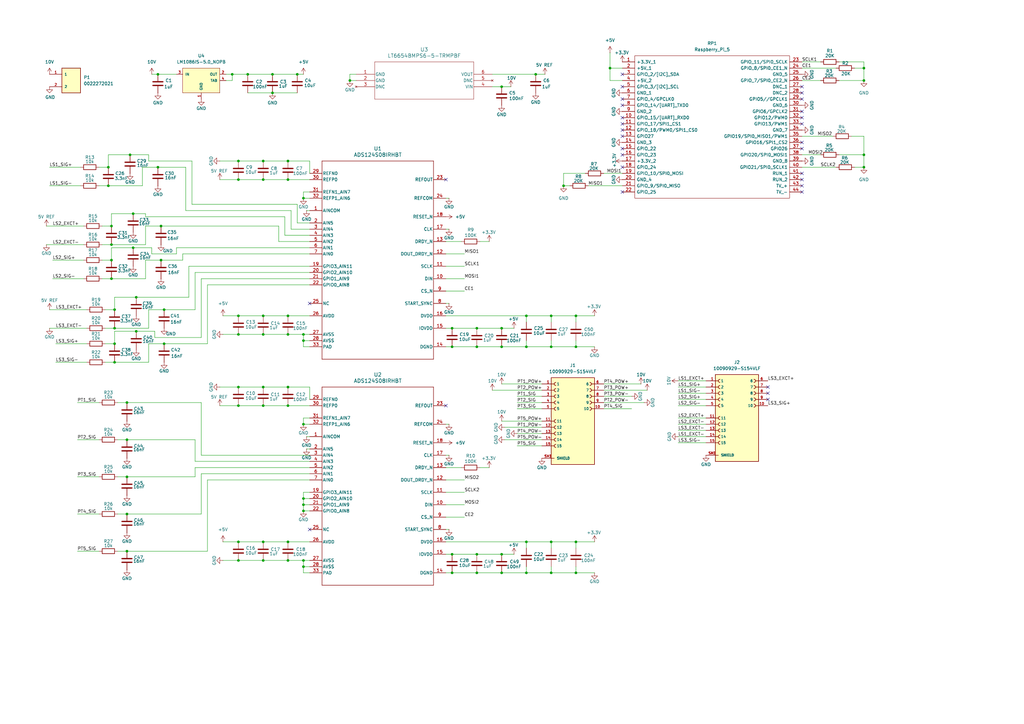
<source format=kicad_sch>
(kicad_sch (version 20231120) (generator "eeschema") (generator_version "8.0")
  (paper "A3")
  (lib_symbols
    (symbol "0022272021:0022272021" (pin_names (offset 1.016))
      (property "Reference" "P" (at 0 5.086 0))
      (property "Value" "0022272021" (at 0 -7.624 0))
      (symbol "0022272021_0_0"
        (pin passive line (at -5.08 2.54 0) (length 5.08) (name "1") (number "1"))
        (pin passive line (at -5.08 -2.54 0) (length 5.08) (name "2") (number "2"))
      )
    )
    (symbol "10090929-S154VLF:10090929-S154VLF" (pin_names (offset 1.016))
      (property "Reference" "J" (at -7.62 18.542 0))
      (property "Value" "10090929-S154VLF" (at -7.62 -20.32 0))
      (symbol "10090929-S154VLF_0_0"
        (pin passive line (at -12.7 15.24 0) (length 5.08) (name "1") (number "1"))
        (pin passive line (at 12.7 5.08 180) (length 5.08) (name "10") (number "10"))
        (pin passive line (at -12.7 0 0) (length 5.08) (name "11") (number "11"))
        (pin passive line (at -12.7 -2.54 0) (length 5.08) (name "12") (number "12"))
        (pin passive line (at -12.7 -5.08 0) (length 5.08) (name "13") (number "13"))
        (pin passive line (at -12.7 -7.62 0) (length 5.08) (name "14") (number "14"))
        (pin passive line (at -12.7 -10.16 0) (length 5.08) (name "15") (number "15"))
        (pin passive line (at -12.7 12.7 0) (length 5.08) (name "2") (number "2"))
        (pin passive line (at -12.7 10.16 0) (length 5.08) (name "3") (number "3"))
        (pin passive line (at -12.7 7.62 0) (length 5.08) (name "4") (number "4"))
        (pin passive line (at -12.7 5.08 0) (length 5.08) (name "5") (number "5"))
        (pin passive line (at 12.7 15.24 180) (length 5.08) (name "6") (number "6"))
        (pin passive line (at 12.7 12.7 180) (length 5.08) (name "7") (number "7"))
        (pin passive line (at 12.7 10.16 180) (length 5.08) (name "8") (number "8"))
        (pin passive line (at 12.7 7.62 180) (length 5.08) (name "9") (number "9"))
        (pin passive line (at -12.7 -15.24 0) (length 5.08) (name "SHIELD") (number "SH1"))
        (pin passive line (at -12.7 -15.24 0) (length 5.08) (name "SHIELD") (number "SH2"))
      )
    )
    (symbol "2025-01-23_19-14-23:LT6654BMPS6-5-TRMPBF" (pin_names (offset 0.254))
      (property "Reference" "U" (at 27.94 10.16 0))
      (property "Value" "LT6654BMPS6-5-TRMPBF" (at 27.94 7.62 0))
      (symbol "LT6654BMPS6-5-TRMPBF_0_1"
        (pin power_in line (at 0 0 0) (length 7.62) (name "GND") (number "1"))
        (pin power_in line (at 0 -2.54 0) (length 7.62) (name "GND") (number "2"))
        (pin no_connect line (at 0 -5.08 0) (length 7.62) (name "DNC") (number "3"))
        (pin input line (at 55.88 -5.08 180) (length 7.62) (name "VIN") (number "4"))
        (pin no_connect line (at 55.88 -2.54 180) (length 7.62) (name "DNC") (number "5"))
        (pin output line (at 55.88 0 180) (length 7.62) (name "VOUT") (number "6"))
      )
    )
    (symbol "2025-01-27_01-32-37:ADS124S08IRHBT" (pin_names (offset 0.254))
      (property "Reference" "U" (at 0 2.54 0))
      (property "Value" "ADS124S08IRHBT" (at 0 0 0))
      (symbol "ADS124S08IRHBT_0_1"
        (pin input line (at -27.94 20.32 0) (length 5.08) (name "AINCOM") (number "1"))
        (pin input line (at 27.94 -7.62 180) (length 5.08) (name "DIN") (number "10"))
        (pin input line (at 27.94 -2.54 180) (length 5.08) (name "SCLK") (number "11"))
        (pin output line (at 27.94 2.54 180) (length 5.08) (name "DOUT_DRDY_N") (number "12"))
        (pin output line (at 27.94 7.62 180) (length 5.08) (name "DRDY_N") (number "13"))
        (pin power_in line (at 27.94 -35.56 180) (length 5.08) (name "DGND") (number "14"))
        (pin power_in line (at 27.94 -27.94 180) (length 5.08) (name "IOVDD") (number "15"))
        (pin power_in line (at 27.94 -22.86 180) (length 5.08) (name "DVDD") (number "16"))
        (pin input line (at 27.94 12.7 180) (length 5.08) (name "CLK") (number "17"))
        (pin input line (at 27.94 17.78 180) (length 5.08) (name "RESET_N") (number "18"))
        (pin bidirectional line (at -27.94 -2.54 0) (length 5.08) (name "GPIO3_AIN11") (number "19"))
        (pin input line (at -27.94 15.24 0) (length 5.08) (name "AIN5") (number "2"))
        (pin bidirectional line (at -27.94 -5.08 0) (length 5.08) (name "GPIO2_AIN10") (number "20"))
        (pin bidirectional line (at -27.94 -7.62 0) (length 5.08) (name "GPIO1_AIN9") (number "21"))
        (pin bidirectional line (at -27.94 -10.16 0) (length 5.08) (name "GPIO0_AIN8") (number "22"))
        (pin power_in line (at 27.94 33.02 180) (length 5.08) (name "REFOUT") (number "23"))
        (pin power_in line (at 27.94 25.4 180) (length 5.08) (name "REFCOM") (number "24"))
        (pin unspecified line (at -27.94 -17.78 0) (length 5.08) (name "NC") (number "25"))
        (pin power_in line (at -27.94 -22.86 0) (length 5.08) (name "AVDD") (number "26"))
        (pin power_in line (at -27.94 -30.48 0) (length 5.08) (name "AVSS") (number "27"))
        (pin power_in line (at -27.94 -33.02 0) (length 5.08) (name "AVSS") (number "28"))
        (pin input line (at -27.94 35.56 0) (length 5.08) (name "REFN0") (number "29"))
        (pin input line (at -27.94 12.7 0) (length 5.08) (name "AIN4") (number "3"))
        (pin input line (at -27.94 33.02 0) (length 5.08) (name "REFP0") (number "30"))
        (pin input line (at -27.94 27.94 0) (length 5.08) (name "REFN1_AIN7") (number "31"))
        (pin input line (at -27.94 25.4 0) (length 5.08) (name "REFP1_AIN6") (number "32"))
        (pin power_in line (at -27.94 -35.56 0) (length 5.08) (name "PAD") (number "33"))
        (pin input line (at -27.94 10.16 0) (length 5.08) (name "AIN3") (number "4"))
        (pin input line (at -27.94 7.62 0) (length 5.08) (name "AIN2") (number "5"))
        (pin input line (at -27.94 5.08 0) (length 5.08) (name "AIN1") (number "6"))
        (pin input line (at -27.94 2.54 0) (length 5.08) (name "AIN0") (number "7"))
        (pin input line (at 27.94 -17.78 180) (length 5.08) (name "START_SYNC") (number "8"))
        (pin input line (at 27.94 -12.7 180) (length 5.08) (name "CS_N") (number "9"))
      )
    )
    (symbol "Device:C" (pin_numbers hide) (pin_names (offset 0.254))
      (property "Reference" "C" (at 0.635 2.54 0))
      (property "Value" "C" (at 0.635 -2.54 0))
      (symbol "C_1_1"
        (pin passive line (at 0 3.81 270) (length 2.794) (name "~") (number "1"))
        (pin passive line (at 0 -3.81 90) (length 2.794) (name "~") (number "2"))
      )
    )
    (symbol "Device:R" (pin_numbers hide) (pin_names (offset 0))
      (property "Reference" "R" (at 2.032 0 90))
      (property "Value" "R" (at 0 0 90))
      (symbol "R_1_1"
        (pin passive line (at 0 3.81 270) (length 1.27) (name "~") (number "1"))
        (pin passive line (at 0 -3.81 90) (length 1.27) (name "~") (number "2"))
      )
    )
    (symbol "Raspberry_Pi_2_or_3:Raspberry_Pi_2_3" (pin_names (offset 0.762))
      (property "Reference" "RP" (at 30.48 27.94 0))
      (property "Value" "Raspberry_Pi_2_3" (at 30.48 25.4 0))
      (symbol "Raspberry_Pi_2_3_0_0"
        (pin bidirectional line (at 0 0 0) (length 5.08) (name "+3.3V_1") (number "1"))
        (pin bidirectional line (at 0 -22.86 0) (length 5.08) (name "GPIO_15/[UART]_RXD0") (number "10"))
        (pin bidirectional line (at 0 -25.4 0) (length 5.08) (name "GPIO_17/SPI1_CS1") (number "11"))
        (pin bidirectional line (at 0 -27.94 0) (length 5.08) (name "GPIO_18/PWM0/SPI1_CS0") (number "12"))
        (pin bidirectional line (at 0 -30.48 0) (length 5.08) (name "GPIO27") (number "13"))
        (pin bidirectional line (at 0 -33.02 0) (length 5.08) (name "GND_3") (number "14"))
        (pin bidirectional line (at 0 -35.56 0) (length 5.08) (name "GPIO_22") (number "15"))
        (pin bidirectional line (at 0 -38.1 0) (length 5.08) (name "GPIO_23") (number "16"))
        (pin bidirectional line (at 0 -40.64 0) (length 5.08) (name "+3.3V_2") (number "17"))
        (pin bidirectional line (at 0 -43.18 0) (length 5.08) (name "GPIO_24") (number "18"))
        (pin bidirectional line (at 0 -45.72 0) (length 5.08) (name "GPIO_10/SPI0_MOSI") (number "19"))
        (pin bidirectional line (at 0 -2.54 0) (length 5.08) (name "+5V_1") (number "2"))
        (pin bidirectional line (at 0 -48.26 0) (length 5.08) (name "GND_4") (number "20"))
        (pin bidirectional line (at 0 -50.8 0) (length 5.08) (name "GPIO_9/SPI0_MISO") (number "21"))
        (pin bidirectional line (at 0 -53.34 0) (length 5.08) (name "GPIO_25") (number "22"))
        (pin bidirectional line (at 73.66 0 180) (length 5.08) (name "GPIO_11/SPI0_SCLK") (number "23"))
        (pin bidirectional line (at 73.66 -2.54 180) (length 5.08) (name "GPIO_8/SPI0_CE1_N") (number "24"))
        (pin bidirectional line (at 73.66 -5.08 180) (length 5.08) (name "GND_5") (number "25"))
        (pin bidirectional line (at 73.66 -7.62 180) (length 5.08) (name "GPIO_7/SPI0_CE2_N") (number "26"))
        (pin bidirectional line (at 73.66 -10.16 180) (length 5.08) (name "DNC_1") (number "27"))
        (pin bidirectional line (at 73.66 -12.7 180) (length 5.08) (name "DNC_2") (number "28"))
        (pin bidirectional line (at 73.66 -15.24 180) (length 5.08) (name "GPIO5//GPCLK1") (number "29"))
        (pin bidirectional line (at 0 -5.08 0) (length 5.08) (name "GPIO_2/[I2C]_SDA") (number "3"))
        (pin bidirectional line (at 73.66 -17.78 180) (length 5.08) (name "GND_6") (number "30"))
        (pin bidirectional line (at 73.66 -20.32 180) (length 5.08) (name "GPIO6/GPCLK2") (number "31"))
        (pin bidirectional line (at 73.66 -22.86 180) (length 5.08) (name "GPIO12/PWM0") (number "32"))
        (pin bidirectional line (at 73.66 -25.4 180) (length 5.08) (name "GPIO13/PWM1") (number "33"))
        (pin bidirectional line (at 73.66 -27.94 180) (length 5.08) (name "GND_7") (number "34"))
        (pin bidirectional line (at 73.66 -30.48 180) (length 5.08) (name "GPIO19/SPI0_MISO1/PWM1") (number "35"))
        (pin bidirectional line (at 73.66 -33.02 180) (length 5.08) (name "GPIO16/SPI1_CS2") (number "36"))
        (pin bidirectional line (at 73.66 -35.56 180) (length 5.08) (name "GPIO26") (number "37"))
        (pin bidirectional line (at 73.66 -38.1 180) (length 5.08) (name "GPIO20/SPI0_MOSI1") (number "38"))
        (pin bidirectional line (at 73.66 -40.64 180) (length 5.08) (name "GND_8") (number "39"))
        (pin bidirectional line (at 0 -7.62 0) (length 5.08) (name "+5V_2") (number "4"))
        (pin bidirectional line (at 73.66 -43.18 180) (length 5.08) (name "GPIO21/SPI0_SCLK1") (number "40"))
        (pin bidirectional line (at 73.66 -45.72 180) (length 5.08) (name "RUN_1") (number "41"))
        (pin bidirectional line (at 73.66 -48.26 180) (length 5.08) (name "RUN_2") (number "42"))
        (pin bidirectional line (at 73.66 -50.8 180) (length 5.08) (name "TV_+") (number "43"))
        (pin bidirectional line (at 73.66 -53.34 180) (length 5.08) (name "TV_-") (number "44"))
        (pin bidirectional line (at 0 -10.16 0) (length 5.08) (name "GPIO_3/[I2C]_SCL") (number "5"))
        (pin bidirectional line (at 0 -12.7 0) (length 5.08) (name "GND_1") (number "6"))
        (pin bidirectional line (at 0 -15.24 0) (length 5.08) (name "GPIO_4/GPCLK0") (number "7"))
        (pin bidirectional line (at 0 -17.78 0) (length 5.08) (name "GPIO_14/[UART]_TXD0") (number "8"))
        (pin bidirectional line (at 0 -20.32 0) (length 5.08) (name "GND_2") (number "9"))
      )
    )
    (symbol "eec:LM1086IS-5.0_NOPB" (pin_names (offset 1.016))
      (property "Reference" "U" (at 0 5.08 0))
      (property "Value" "LM1086IS-5.0_NOPB" (at 0 7.62 0))
      (symbol "LM1086IS-5.0_NOPB_1_1"
        (pin power_in line (at 12.7 -10.16 90) (length 2.54) (name "GND") (number "1"))
        (pin power_in line (at 22.86 0 180) (length 2.54) (name "OUT") (number "2"))
        (pin power_in line (at 2.54 0 0) (length 2.54) (name "IN") (number "3"))
        (pin power_in line (at 22.86 -2.54 180) (length 2.54) (name "TAB") (number "4"))
      )
    )
    (symbol "power:+3.3V" (power) (pin_numbers hide) (pin_names (offset 0) hide)
      (property "Value" "+3.3V" (at 0 3.556 0))
      (symbol "+3.3V_1_1"
        (pin power_in line (at 0 0 90) (length 0) (name "~") (number "1"))
      )
    )
    (symbol "power:+5V" (power) (pin_numbers hide) (pin_names (offset 0) hide)
      (property "Value" "+5V" (at 0 3.556 0))
      (symbol "+5V_1_1"
        (pin power_in line (at 0 0 90) (length 0) (name "~") (number "1"))
      )
    )
    (symbol "power:+9V" (power) (pin_numbers hide) (pin_names (offset 0) hide)
      (property "Value" "+9V" (at 0 3.556 0))
      (symbol "+9V_1_1"
        (pin power_in line (at 0 0 90) (length 0) (name "~") (number "1"))
      )
    )
    (symbol "power:GND" (power) (pin_numbers hide) (pin_names (offset 0) hide)
      (property "Value" "GND" (at 0 -3.81 0))
      (symbol "GND_1_1"
        (pin power_in line (at 0 0 270) (length 0) (name "~") (number "1"))
      )
    )
  )
  (junction (at 52.07 226.06))
  (junction (at 97.79 158.75))
  (junction (at 118.11 129.54))
  (junction (at 185.42 142.24))
  (junction (at 185.42 227.33))
  (junction (at 64.77 68.58))
  (junction (at 52.07 180.34))
  (junction (at 118.11 137.16))
  (junction (at 124.46 137.16))
  (junction (at 118.11 229.87))
  (junction (at 354.33 68.58))
  (junction (at 205.74 142.24))
  (junction (at 118.11 222.25))
  (junction (at 124.46 139.7))
  (junction (at 185.42 234.95))
  (junction (at 250.19 27.94))
  (junction (at 97.79 229.87))
  (junction (at 52.07 195.58))
  (junction (at 205.74 227.33))
  (junction (at 195.58 134.62))
  (junction (at 215.9 222.25))
  (junction (at 226.06 234.95))
  (junction (at 107.95 229.87))
  (junction (at 205.74 234.95))
  (junction (at 97.79 66.04))
  (junction (at 45.72 100.33))
  (junction (at 111.76 38.1))
  (junction (at 236.22 222.25))
  (junction (at 124.46 209.55))
  (junction (at 107.95 66.04))
  (junction (at 205.74 134.62))
  (junction (at 97.79 137.16))
  (junction (at 46.99 148.59))
  (junction (at 124.46 173.99))
  (junction (at 231.14 76.2))
  (junction (at 195.58 142.24))
  (junction (at 66.04 106.68))
  (junction (at 107.95 222.25))
  (junction (at 67.31 140.97))
  (junction (at 101.6 30.48))
  (junction (at 215.9 234.95))
  (junction (at 124.46 232.41))
  (junction (at 226.06 129.54))
  (junction (at 354.33 63.5))
  (junction (at 185.42 134.62))
  (junction (at 107.95 73.66))
  (junction (at 124.46 229.87))
  (junction (at 46.99 134.62))
  (junction (at 55.88 135.89))
  (junction (at 107.95 137.16))
  (junction (at 54.61 87.63))
  (junction (at 46.99 127))
  (junction (at 124.46 81.28))
  (junction (at 118.11 166.37))
  (junction (at 354.33 33.02))
  (junction (at 111.76 30.48))
  (junction (at 118.11 73.66))
  (junction (at 45.72 114.3))
  (junction (at 52.07 165.1))
  (junction (at 46.99 140.97))
  (junction (at 52.07 210.82))
  (junction (at 118.11 66.04))
  (junction (at 219.71 30.48))
  (junction (at 226.06 222.25))
  (junction (at 45.72 92.71))
  (junction (at 215.9 129.54))
  (junction (at 64.77 30.48))
  (junction (at 95.25 30.48))
  (junction (at 67.31 127))
  (junction (at 121.92 30.48))
  (junction (at 54.61 101.6))
  (junction (at 44.45 68.58))
  (junction (at 215.9 142.24))
  (junction (at 66.04 92.71))
  (junction (at 195.58 234.95))
  (junction (at 226.06 142.24))
  (junction (at 55.88 121.92))
  (junction (at 97.79 73.66))
  (junction (at 195.58 227.33))
  (junction (at 124.46 207.01))
  (junction (at 354.33 27.94))
  (junction (at 118.11 158.75))
  (junction (at 45.72 106.68))
  (junction (at 236.22 129.54))
  (junction (at 236.22 142.24))
  (junction (at 97.79 166.37))
  (junction (at 124.46 204.47))
  (junction (at 236.22 234.95))
  (junction (at 205.74 35.56))
  (junction (at 53.34 63.5))
  (junction (at 143.51 33.02))
  (junction (at 97.79 222.25))
  (junction (at 97.79 129.54))
  (junction (at 107.95 158.75))
  (junction (at 107.95 166.37))
  (junction (at 107.95 129.54))
  (junction (at 44.45 76.2))
  (no_connect (at 314.96 161.29))
  (no_connect (at 255.27 40.64))
  (no_connect (at 255.27 78.74))
  (no_connect (at 328.93 71.12))
  (no_connect (at 328.93 48.26))
  (no_connect (at 328.93 40.64))
  (no_connect (at 255.27 50.8))
  (no_connect (at 328.93 50.8))
  (no_connect (at 255.27 43.18))
  (no_connect (at 255.27 35.56))
  (no_connect (at 314.96 163.83))
  (no_connect (at 255.27 30.48))
  (no_connect (at 182.88 166.37))
  (no_connect (at 328.93 38.1))
  (no_connect (at 255.27 55.88))
  (no_connect (at 328.93 58.42))
  (no_connect (at 328.93 60.96))
  (no_connect (at 255.27 63.5))
  (no_connect (at 182.88 73.66))
  (no_connect (at 328.93 76.2))
  (no_connect (at 255.27 53.34))
  (no_connect (at 127 124.46))
  (no_connect (at 328.93 73.66))
  (no_connect (at 328.93 78.74))
  (no_connect (at 255.27 48.26))
  (no_connect (at 255.27 60.96))
  (no_connect (at 314.96 158.75))
  (no_connect (at 328.93 35.56))
  (no_connect (at 127 217.17))
  (no_connect (at 255.27 68.58))
  (no_connect (at 328.93 45.72))
  (wire (pts (xy 55.88 121.92) (xy 46.99 121.92)))
  (wire (pts (xy 205.74 157.48) (xy 222.25 157.48)))
  (wire (pts (xy 121.92 91.44) (xy 127 91.44)))
  (wire (pts (xy 60.96 127) (xy 60.96 134.62)))
  (wire (pts (xy 95.25 30.48) (xy 101.6 30.48)))
  (wire (pts (xy 116.84 96.52) (xy 127 96.52)))
  (wire (pts (xy 41.91 106.68) (xy 45.72 106.68)))
  (wire (pts (xy 55.88 135.89) (xy 46.99 135.89)))
  (wire (pts (xy 107.95 166.37) (xy 118.11 166.37)))
  (wire (pts (xy 60.96 66.04) (xy 78.74 66.04)))
  (wire (pts (xy 210.82 134.62) (xy 205.74 134.62)))
  (wire (pts (xy 46.99 135.89) (xy 46.99 140.97)))
  (wire (pts (xy 124.46 137.16) (xy 127 137.16)))
  (wire (pts (xy 350.52 68.58) (xy 354.33 68.58)))
  (wire (pts (xy 125.73 184.15) (xy 127 184.15)))
  (wire (pts (xy 195.58 234.95) (xy 205.74 234.95)))
  (wire (pts (xy 59.69 100.33) (xy 45.72 100.33)))
  (wire (pts (xy 97.79 166.37) (xy 107.95 166.37)))
  (wire (pts (xy 92.71 30.48) (xy 95.25 30.48)))
  (wire (pts (xy 118.11 137.16) (xy 124.46 137.16)))
  (wire (pts (xy 354.33 55.88) (xy 354.33 63.5)))
  (wire (pts (xy 190.5 207.01) (xy 182.88 207.01)))
  (wire (pts (xy 205.74 234.95) (xy 215.9 234.95)))
  (wire (pts (xy 45.72 87.63) (xy 54.61 87.63)))
  (wire (pts (xy 247.65 160.02) (xy 265.43 160.02)))
  (wire (pts (xy 52.07 165.1) (xy 82.55 165.1)))
  (wire (pts (xy 344.17 33.02) (xy 354.33 33.02)))
  (wire (pts (xy 97.79 129.54) (xy 107.95 129.54)))
  (wire (pts (xy 67.31 127) (xy 60.96 127)))
  (wire (pts (xy 190.5 114.3) (xy 182.88 114.3)))
  (wire (pts (xy 60.96 140.97) (xy 60.96 148.59)))
  (wire (pts (xy 215.9 234.95) (xy 226.06 234.95)))
  (wire (pts (xy 124.46 204.47) (xy 127 204.47)))
  (wire (pts (xy 190.5 109.22) (xy 182.88 109.22)))
  (wire (pts (xy 85.09 196.85) (xy 127 196.85)))
  (wire (pts (xy 41.91 100.33) (xy 45.72 100.33)))
  (wire (pts (xy 54.61 87.63) (xy 59.69 87.63)))
  (wire (pts (xy 278.13 166.37) (xy 289.56 166.37)))
  (wire (pts (xy 328.93 33.02) (xy 336.55 33.02)))
  (wire (pts (xy 114.3 92.71) (xy 114.3 99.06)))
  (wire (pts (xy 82.55 114.3) (xy 127 114.3)))
  (wire (pts (xy 328.93 68.58) (xy 342.9 68.58)))
  (wire (pts (xy 210.82 227.33) (xy 205.74 227.33)))
  (wire (pts (xy 118.11 222.25) (xy 127 222.25)))
  (wire (pts (xy 219.71 30.48) (xy 223.52 30.48)))
  (wire (pts (xy 215.9 224.79) (xy 215.9 222.25)))
  (wire (pts (xy 107.95 73.66) (xy 118.11 73.66)))
  (wire (pts (xy 41.91 114.3) (xy 45.72 114.3)))
  (wire (pts (xy 80.01 195.58) (xy 80.01 191.77)))
  (wire (pts (xy 124.46 78.74) (xy 127 78.74)))
  (wire (pts (xy 45.72 101.6) (xy 45.72 106.68)))
  (wire (pts (xy 19.05 92.71) (xy 34.29 92.71)))
  (wire (pts (xy 58.42 68.58) (xy 58.42 76.2)))
  (wire (pts (xy 91.44 137.16) (xy 97.79 137.16)))
  (wire (pts (xy 62.23 101.6) (xy 62.23 104.14)))
  (wire (pts (xy 201.93 30.48) (xy 219.71 30.48)))
  (wire (pts (xy 74.93 106.68) (xy 74.93 104.14)))
  (wire (pts (xy 182.88 81.28) (xy 184.15 81.28)))
  (wire (pts (xy 76.2 68.58) (xy 76.2 86.36)))
  (wire (pts (xy 231.14 71.12) (xy 231.14 76.2)))
  (wire (pts (xy 226.06 139.7) (xy 226.06 142.24)))
  (wire (pts (xy 52.07 210.82) (xy 82.55 210.82)))
  (wire (pts (xy 278.13 156.21) (xy 289.56 156.21)))
  (wire (pts (xy 127 71.12) (xy 127 66.04)))
  (wire (pts (xy 121.92 30.48) (xy 124.46 30.48)))
  (wire (pts (xy 53.34 63.5) (xy 44.45 63.5)))
  (wire (pts (xy 95.25 33.02) (xy 95.25 30.48)))
  (wire (pts (xy 101.6 38.1) (xy 111.76 38.1)))
  (wire (pts (xy 48.26 165.1) (xy 52.07 165.1)))
  (wire (pts (xy 124.46 81.28) (xy 124.46 78.74)))
  (wire (pts (xy 146.05 33.02) (xy 143.51 33.02)))
  (wire (pts (xy 59.69 114.3) (xy 45.72 114.3)))
  (wire (pts (xy 247.65 71.12) (xy 255.27 71.12)))
  (wire (pts (xy 22.86 140.97) (xy 35.56 140.97)))
  (wire (pts (xy 215.9 129.54) (xy 226.06 129.54)))
  (wire (pts (xy 226.06 129.54) (xy 236.22 129.54)))
  (wire (pts (xy 21.59 114.3) (xy 34.29 114.3)))
  (wire (pts (xy 124.46 234.95) (xy 124.46 232.41)))
  (wire (pts (xy 212.09 162.56) (xy 222.25 162.56)))
  (wire (pts (xy 22.86 148.59) (xy 35.56 148.59)))
  (wire (pts (xy 118.11 229.87) (xy 124.46 229.87)))
  (wire (pts (xy 196.85 191.77) (xy 200.66 191.77)))
  (wire (pts (xy 78.74 66.04) (xy 78.74 83.82)))
  (wire (pts (xy 182.88 129.54) (xy 215.9 129.54)))
  (wire (pts (xy 20.32 68.58) (xy 33.02 68.58)))
  (wire (pts (xy 240.03 71.12) (xy 231.14 71.12)))
  (wire (pts (xy 125.73 86.36) (xy 127 86.36)))
  (wire (pts (xy 182.88 142.24) (xy 185.42 142.24)))
  (wire (pts (xy 236.22 142.24) (xy 243.84 142.24)))
  (wire (pts (xy 124.46 173.99) (xy 127 173.99)))
  (wire (pts (xy 20.32 127) (xy 35.56 127)))
  (wire (pts (xy 107.95 137.16) (xy 118.11 137.16)))
  (wire (pts (xy 226.06 224.79) (xy 226.06 222.25)))
  (wire (pts (xy 97.79 137.16) (xy 107.95 137.16)))
  (wire (pts (xy 190.5 119.38) (xy 182.88 119.38)))
  (wire (pts (xy 118.11 129.54) (xy 127 129.54)))
  (wire (pts (xy 31.75 195.58) (xy 40.64 195.58)))
  (wire (pts (xy 64.77 68.58) (xy 76.2 68.58)))
  (wire (pts (xy 231.14 76.2) (xy 233.68 76.2)))
  (wire (pts (xy 85.09 226.06) (xy 85.09 196.85)))
  (wire (pts (xy 278.13 171.45) (xy 289.56 171.45)))
  (wire (pts (xy 201.93 35.56) (xy 205.74 35.56)))
  (wire (pts (xy 125.73 179.07) (xy 127 179.07)))
  (wire (pts (xy 20.32 134.62) (xy 35.56 134.62)))
  (wire (pts (xy 55.88 121.92) (xy 77.47 121.92)))
  (wire (pts (xy 107.95 129.54) (xy 118.11 129.54)))
  (wire (pts (xy 40.64 76.2) (xy 44.45 76.2)))
  (wire (pts (xy 77.47 121.92) (xy 77.47 109.22)))
  (wire (pts (xy 80.01 127) (xy 80.01 111.76)))
  (wire (pts (xy 44.45 63.5) (xy 44.45 68.58)))
  (wire (pts (xy 43.18 127) (xy 46.99 127)))
  (wire (pts (xy 124.46 171.45) (xy 127 171.45)))
  (wire (pts (xy 74.93 104.14) (xy 127 104.14)))
  (wire (pts (xy 66.04 106.68) (xy 74.93 106.68)))
  (wire (pts (xy 85.09 140.97) (xy 85.09 116.84)))
  (wire (pts (xy 31.75 210.82) (xy 40.64 210.82)))
  (wire (pts (xy 278.13 181.61) (xy 289.56 181.61)))
  (wire (pts (xy 80.01 111.76) (xy 127 111.76)))
  (wire (pts (xy 85.09 116.84) (xy 127 116.84)))
  (wire (pts (xy 344.17 25.4) (xy 354.33 25.4)))
  (wire (pts (xy 328.93 27.94) (xy 342.9 27.94)))
  (wire (pts (xy 185.42 227.33) (xy 195.58 227.33)))
  (wire (pts (xy 226.06 232.41) (xy 226.06 234.95)))
  (wire (pts (xy 124.46 201.93) (xy 127 201.93)))
  (wire (pts (xy 92.71 33.02) (xy 95.25 33.02)))
  (wire (pts (xy 90.17 73.66) (xy 97.79 73.66)))
  (wire (pts (xy 205.74 35.56) (xy 209.55 35.56)))
  (wire (pts (xy 205.74 172.72) (xy 222.25 172.72)))
  (wire (pts (xy 127 158.75) (xy 127 163.83)))
  (wire (pts (xy 111.76 30.48) (xy 121.92 30.48)))
  (wire (pts (xy 212.09 177.8) (xy 222.25 177.8)))
  (wire (pts (xy 195.58 134.62) (xy 205.74 134.62)))
  (wire (pts (xy 278.13 179.07) (xy 289.56 179.07)))
  (wire (pts (xy 107.95 66.04) (xy 118.11 66.04)))
  (wire (pts (xy 119.38 86.36) (xy 119.38 93.98)))
  (wire (pts (xy 107.95 158.75) (xy 118.11 158.75)))
  (wire (pts (xy 48.26 180.34) (xy 52.07 180.34)))
  (wire (pts (xy 63.5 135.89) (xy 63.5 138.43)))
  (wire (pts (xy 236.22 222.25) (xy 243.84 222.25)))
  (wire (pts (xy 48.26 210.82) (xy 52.07 210.82)))
  (wire (pts (xy 58.42 76.2) (xy 44.45 76.2)))
  (wire (pts (xy 64.77 30.48) (xy 72.39 30.48)))
  (wire (pts (xy 45.72 87.63) (xy 45.72 92.71)))
  (wire (pts (xy 344.17 63.5) (xy 354.33 63.5)))
  (wire (pts (xy 63.5 138.43) (xy 82.55 138.43)))
  (wire (pts (xy 190.5 196.85) (xy 182.88 196.85)))
  (wire (pts (xy 212.09 182.88) (xy 222.25 182.88)))
  (wire (pts (xy 60.96 148.59) (xy 46.99 148.59)))
  (wire (pts (xy 236.22 224.79) (xy 236.22 222.25)))
  (wire (pts (xy 48.26 195.58) (xy 52.07 195.58)))
  (wire (pts (xy 77.47 109.22) (xy 127 109.22)))
  (wire (pts (xy 66.04 92.71) (xy 114.3 92.71)))
  (wire (pts (xy 205.74 142.24) (xy 215.9 142.24)))
  (wire (pts (xy 278.13 176.53) (xy 289.56 176.53)))
  (wire (pts (xy 143.51 30.48) (xy 146.05 30.48)))
  (wire (pts (xy 354.33 25.4) (xy 354.33 27.94)))
  (wire (pts (xy 182.88 99.06) (xy 189.23 99.06)))
  (wire (pts (xy 215.9 232.41) (xy 215.9 234.95)))
  (wire (pts (xy 236.22 129.54) (xy 243.84 129.54)))
  (wire (pts (xy 184.15 186.69) (xy 182.88 186.69)))
  (wire (pts (xy 278.13 158.75) (xy 289.56 158.75)))
  (wire (pts (xy 182.88 191.77) (xy 189.23 191.77)))
  (wire (pts (xy 124.46 204.47) (xy 124.46 201.93)))
  (wire (pts (xy 250.19 33.02) (xy 255.27 33.02)))
  (wire (pts (xy 90.17 66.04) (xy 97.79 66.04)))
  (wire (pts (xy 72.39 101.6) (xy 127 101.6)))
  (wire (pts (xy 226.06 142.24) (xy 236.22 142.24)))
  (wire (pts (xy 184.15 124.46) (xy 182.88 124.46)))
  (wire (pts (xy 247.65 165.1) (xy 264.16 165.1)))
  (wire (pts (xy 190.5 201.93) (xy 182.88 201.93)))
  (wire (pts (xy 78.74 83.82) (xy 121.92 83.82)))
  (wire (pts (xy 43.18 134.62) (xy 46.99 134.62)))
  (wire (pts (xy 64.77 68.58) (xy 58.42 68.58)))
  (wire (pts (xy 328.93 63.5) (xy 336.55 63.5)))
  (wire (pts (xy 236.22 232.41) (xy 236.22 234.95)))
  (wire (pts (xy 72.39 104.14) (xy 72.39 101.6)))
  (wire (pts (xy 184.15 217.17) (xy 182.88 217.17)))
  (wire (pts (xy 236.22 132.08) (xy 236.22 129.54)))
  (wire (pts (xy 127 142.24) (xy 124.46 142.24)))
  (wire (pts (xy 236.22 234.95) (xy 243.84 234.95)))
  (wire (pts (xy 52.07 180.34) (xy 80.01 180.34)))
  (wire (pts (xy 116.84 88.9) (xy 116.84 96.52)))
  (wire (pts (xy 124.46 81.28) (xy 127 81.28)))
  (wire (pts (xy 127 234.95) (xy 124.46 234.95)))
  (wire (pts (xy 278.13 163.83) (xy 289.56 163.83)))
  (wire (pts (xy 53.34 63.5) (xy 60.96 63.5)))
  (wire (pts (xy 91.44 129.54) (xy 97.79 129.54)))
  (wire (pts (xy 67.31 127) (xy 80.01 127)))
  (wire (pts (xy 80.01 189.23) (xy 127 189.23)))
  (wire (pts (xy 207.01 180.34) (xy 222.25 180.34)))
  (wire (pts (xy 182.88 173.99) (xy 184.15 173.99)))
  (wire (pts (xy 111.76 38.1) (xy 121.92 38.1)))
  (wire (pts (xy 124.46 139.7) (xy 124.46 137.16)))
  (wire (pts (xy 82.55 186.69) (xy 127 186.69)))
  (wire (pts (xy 127 158.75) (xy 118.11 158.75)))
  (wire (pts (xy 124.46 232.41) (xy 127 232.41)))
  (wire (pts (xy 247.65 162.56) (xy 259.08 162.56)))
  (wire (pts (xy 247.65 167.64) (xy 259.08 167.64)))
  (wire (pts (xy 119.38 93.98) (xy 127 93.98)))
  (wire (pts (xy 247.65 157.48) (xy 262.89 157.48)))
  (wire (pts (xy 97.79 222.25) (xy 107.95 222.25)))
  (wire (pts (xy 118.11 166.37) (xy 127 166.37)))
  (wire (pts (xy 236.22 139.7) (xy 236.22 142.24)))
  (wire (pts (xy 80.01 180.34) (xy 80.01 189.23)))
  (wire (pts (xy 190.5 104.14) (xy 182.88 104.14)))
  (wire (pts (xy 250.19 27.94) (xy 250.19 33.02)))
  (wire (pts (xy 226.06 222.25) (xy 236.22 222.25)))
  (wire (pts (xy 46.99 121.92) (xy 46.99 127)))
  (wire (pts (xy 91.44 229.87) (xy 97.79 229.87)))
  (wire (pts (xy 124.46 209.55) (xy 124.46 207.01)))
  (wire (pts (xy 127 66.04) (xy 118.11 66.04)))
  (wire (pts (xy 59.69 92.71) (xy 59.69 100.33)))
  (wire (pts (xy 52.07 226.06) (xy 85.09 226.06)))
  (wire (pts (xy 226.06 234.95) (xy 236.22 234.95)))
  (wire (pts (xy 59.69 87.63) (xy 59.69 88.9)))
  (wire (pts (xy 82.55 165.1) (xy 82.55 186.69)))
  (wire (pts (xy 62.23 30.48) (xy 64.77 30.48)))
  (wire (pts (xy 184.15 93.98) (xy 182.88 93.98)))
  (wire (pts (xy 182.88 234.95) (xy 185.42 234.95)))
  (wire (pts (xy 212.09 167.64) (xy 222.25 167.64)))
  (wire (pts (xy 354.33 63.5) (xy 354.33 68.58)))
  (wire (pts (xy 328.93 25.4) (xy 336.55 25.4)))
  (wire (pts (xy 66.04 92.71) (xy 59.69 92.71)))
  (wire (pts (xy 143.51 33.02) (xy 143.51 30.48)))
  (wire (pts (xy 215.9 139.7) (xy 215.9 142.24)))
  (wire (pts (xy 350.52 27.94) (xy 354.33 27.94)))
  (wire (pts (xy 60.96 134.62) (xy 46.99 134.62)))
  (wire (pts (xy 62.23 104.14) (xy 72.39 104.14)))
  (wire (pts (xy 114.3 99.06) (xy 127 99.06)))
  (wire (pts (xy 82.55 210.82) (xy 82.55 194.31)))
  (wire (pts (xy 97.79 73.66) (xy 107.95 73.66)))
  (wire (pts (xy 255.27 27.94) (xy 250.19 27.94)))
  (wire (pts (xy 40.64 68.58) (xy 44.45 68.58)))
  (wire (pts (xy 185.42 234.95) (xy 195.58 234.95)))
  (wire (pts (xy 182.88 134.62) (xy 185.42 134.62)))
  (wire (pts (xy 124.46 232.41) (xy 124.46 229.87)))
  (wire (pts (xy 82.55 138.43) (xy 82.55 114.3)))
  (wire (pts (xy 278.13 161.29) (xy 289.56 161.29)))
  (wire (pts (xy 97.79 66.04) (xy 107.95 66.04)))
  (wire (pts (xy 212.09 165.1) (xy 222.25 165.1)))
  (wire (pts (xy 241.3 76.2) (xy 255.27 76.2)))
  (wire (pts (xy 97.79 158.75) (xy 107.95 158.75)))
  (wire (pts (xy 121.92 83.82) (xy 121.92 91.44)))
  (wire (pts (xy 215.9 222.25) (xy 226.06 222.25)))
  (wire (pts (xy 185.42 134.62) (xy 195.58 134.62)))
  (wire (pts (xy 43.18 140.97) (xy 46.99 140.97)))
  (wire (pts (xy 66.04 106.68) (xy 59.69 106.68)))
  (wire (pts (xy 182.88 222.25) (xy 215.9 222.25)))
  (wire (pts (xy 124.46 207.01) (xy 124.46 204.47)))
  (wire (pts (xy 124.46 229.87) (xy 127 229.87)))
  (wire (pts (xy 354.33 27.94) (xy 354.33 33.02)))
  (wire (pts (xy 41.91 92.71) (xy 45.72 92.71)))
  (wire (pts (xy 59.69 88.9) (xy 116.84 88.9)))
  (wire (pts (xy 124.46 209.55) (xy 127 209.55)))
  (wire (pts (xy 250.19 21.59) (xy 250.19 27.94)))
  (wire (pts (xy 80.01 191.77) (xy 127 191.77)))
  (wire (pts (xy 54.61 101.6) (xy 62.23 101.6)))
  (wire (pts (xy 182.88 212.09) (xy 190.5 212.09)))
  (wire (pts (xy 76.2 86.36) (xy 119.38 86.36)))
  (wire (pts (xy 31.75 226.06) (xy 40.64 226.06)))
  (wire (pts (xy 196.85 99.06) (xy 200.66 99.06)))
  (wire (pts (xy 48.26 226.06) (xy 52.07 226.06)))
  (wire (pts (xy 67.31 140.97) (xy 60.96 140.97)))
  (wire (pts (xy 185.42 142.24) (xy 195.58 142.24)))
  (wire (pts (xy 107.95 222.25) (xy 118.11 222.25)))
  (wire (pts (xy 195.58 227.33) (xy 205.74 227.33)))
  (wire (pts (xy 201.93 160.02) (xy 222.25 160.02)))
  (wire (pts (xy 124.46 207.01) (xy 127 207.01)))
  (wire (pts (xy 226.06 132.08) (xy 226.06 129.54)))
  (wire (pts (xy 20.32 76.2) (xy 33.02 76.2)))
  (wire (pts (xy 31.75 180.34) (xy 40.64 180.34)))
  (wire (pts (xy 55.88 135.89) (xy 63.5 135.89)))
  (wire (pts (xy 82.55 194.31) (xy 127 194.31)))
  (wire (pts (xy 107.95 229.87) (xy 118.11 229.87)))
  (wire (pts (xy 182.88 227.33) (xy 185.42 227.33)))
  (wire (pts (xy 19.05 100.33) (xy 34.29 100.33)))
  (wire (pts (xy 215.9 132.08) (xy 215.9 129.54)))
  (wire (pts (xy 101.6 30.48) (xy 111.76 30.48)))
  (wire (pts (xy 124.46 139.7) (xy 127 139.7)))
  (wire (pts (xy 43.18 148.59) (xy 46.99 148.59)))
  (wire (pts (xy 349.25 55.88) (xy 354.33 55.88)))
  (wire (pts (xy 90.17 166.37) (xy 97.79 166.37)))
  (wire (pts (xy 91.44 222.25) (xy 97.79 222.25)))
  (wire (pts (xy 207.01 175.26) (xy 222.25 175.26)))
  (wire (pts (xy 328.93 55.88) (xy 341.63 55.88)))
  (wire (pts (xy 195.58 142.24) (xy 205.74 142.24)))
  (wire (pts (xy 97.79 229.87) (xy 107.95 229.87)))
  (wire (pts (xy 60.96 63.5) (xy 60.96 66.04)))
  (wire (pts (xy 124.46 142.24) (xy 124.46 139.7)))
  (wire (pts (xy 21.59 106.68) (xy 34.29 106.68)))
  (wire (pts (xy 31.75 165.1) (xy 40.64 165.1)))
  (wire (pts (xy 52.07 195.58) (xy 80.01 195.58)))
  (wire (pts (xy 90.17 158.75) (xy 97.79 158.75)))
  (wire (pts (xy 67.31 140.97) (xy 85.09 140.97)))
  (wire (pts (xy 124.46 173.99) (xy 124.46 171.45)))
  (wire (pts (xy 59.69 106.68) (xy 59.69 114.3)))
  (wire (pts (xy 278.13 173.99) (xy 289.56 173.99)))
  (wire (pts (xy 118.11 73.66) (xy 127 73.66)))
  (wire (pts (xy 215.9 142.24) (xy 226.06 142.24)))
  (wire (pts (xy 54.61 101.6) (xy 45.72 101.6)))
  (label "LS3_SIG-" (at 278.13 181.61 0))
  (label "LS1_SIG+" (at 20.32 68.58 0))
  (label "PT4_POW-" (at 212.09 177.8 0))
  (label "PT5_SIG" (at 31.75 226.06 0))
  (label "LS3_EXCT+" (at 314.96 156.21 0))
  (label "PT1_SIG" (at 212.09 162.56 0))
  (label "CE2" (at 190.5 212.09 0))
  (label "LS1_SIG-" (at 278.13 161.29 0))
  (label "LS3_SIG-" (at 22.86 148.59 0))
  (label "PT2_SIG" (at 31.75 180.34 0))
  (label "LS1_SIG-" (at 20.32 76.2 0))
  (label "SCLK1" (at 328.93 25.4 0))
  (label "PT3_SIG" (at 212.09 167.64 0))
  (label "PT3_POW-" (at 247.65 162.56 0))
  (label "LS2_SIG+" (at 21.59 106.68 0))
  (label "LS3_EXCT+" (at 22.86 127 0))
  (label "PT2_POW+" (at 212.09 160.02 0))
  (label "MISO1" (at 241.3 76.2 0))
  (label "PT1_POW-" (at 212.09 175.26 0))
  (label "MISO2" (at 335.28 55.88 0))
  (label "CE1" (at 190.5 119.38 0))
  (label "MOSI2" (at 331.47 63.5 0))
  (label "LS3_EXCT-" (at 278.13 176.53 0))
  (label "LS1_SIG+" (at 278.13 158.75 0))
  (label "PT3_POW+" (at 247.65 160.02 0))
  (label "MOSI1" (at 190.5 114.3 0))
  (label "LS2_SIG-" (at 278.13 166.37 0))
  (label "PT5_POW+" (at 212.09 172.72 0))
  (label "PT4_SIG" (at 247.65 167.64 0))
  (label "PT2_POW-" (at 247.65 165.1 0))
  (label "MISO1" (at 190.5 104.14 0))
  (label "PT5_SIG" (at 212.09 182.88 0))
  (label "SCLK1" (at 190.5 109.22 0))
  (label "LS3_EXCT-" (at 22.86 134.62 0))
  (label "LS1_EXCT+" (at 278.13 156.21 0))
  (label "LS2_EXCT-" (at 21.59 100.33 0))
  (label "MOSI1" (at 248.92 71.12 0))
  (label "PT3_SIG" (at 31.75 195.58 0))
  (label "PT4_POW+" (at 247.65 157.48 0))
  (label "MISO2" (at 190.5 196.85 0))
  (label "SCLK2" (at 336.55 68.58 0))
  (label "LS3_SIG+" (at 314.96 166.37 0))
  (label "CE1" (at 328.93 27.94 0))
  (label "LS2_EXCT-" (at 278.13 173.99 0))
  (label "LS1_EXCT-" (at 278.13 179.07 0))
  (label "LS2_EXCT+" (at 278.13 171.45 0))
  (label "PT2_SIG" (at 212.09 165.1 0))
  (label "LS3_SIG+" (at 22.86 140.97 0))
  (label "SCLK2" (at 190.5 201.93 0))
  (label "PT4_SIG" (at 31.75 210.82 0))
  (label "MOSI2" (at 190.5 207.01 0))
  (label "LS2_SIG+" (at 278.13 163.83 0))
  (label "CE2" (at 328.93 33.02 0))
  (label "PT1_POW+" (at 212.09 157.48 0))
  (label "PT5_POW-" (at 212.09 180.34 0))
  (label "PT1_SIG" (at 31.75 165.1 0))
  (label "LS2_EXCT+" (at 21.59 92.71 0))
  (label "LS2_SIG-" (at 21.59 114.3 0))
  (symbol (lib_id "power:+9V") (at 20.32 127 0) (unit 1)
    (property "Reference" "#PWR075" (effects (hide yes)))
    (property "Value" "5V REF" (at 20.32 123.19 0))
    (property "Description" "Power symbol creates a global label with name \"+9V\"" (effects (hide yes)))
  )
  (symbol (lib_id "power:GND") (at 219.71 38.1 0) (unit 1)
    (property "Reference" "#PWR023" (effects (hide yes)))
    (property "Value" "GND" (at 219.71 41.91 0))
    (property "Description" "Power symbol creates a global label with name \"GND\" , ground" (effects (hide yes)))
  )
  (symbol (lib_id "Device:C") (at 44.45 72.39 0) (unit 1)
    (property "Reference" "C26" (at 47.244 71.12 0) (effects (justify left)))
    (property "Value" "3.3nF" (at 46.99 73.152 0) (effects (justify left)))
    (property "Footprint" "footprintsCL10:CAP_CL10_SAM" (effects (hide yes)))
    (property "Description" "Unpolarized capacitor" (effects (hide yes)))
  )
  (symbol (lib_id "Device:C") (at 226.06 135.89 0) (unit 1)
    (property "Reference" "C27" (at 229.108 135.128 0) (effects (justify left)))
    (property "Value" "1uF" (at 228.6 136.906 0) (effects (justify left)))
    (property "Footprint" "0603YC105JAT2A:CAPC1608X94N" (effects (hide yes)))
    (property "Description" "Unpolarized capacitor" (effects (hide yes)))
  )
  (symbol (lib_id "Device:C") (at 195.58 231.14 0) (unit 1)
    (property "Reference" "C48" (at 198.628 230.378 0) (effects (justify left)))
    (property "Value" "1uF" (at 198.12 232.156 0) (effects (justify left)))
    (property "Footprint" "0603YC105JAT2A:CAPC1608X94N" (effects (hide yes)))
    (property "Description" "Unpolarized capacitor" (effects (hide yes)))
  )
  (symbol (lib_id "Device:C") (at 52.07 229.87 0) (unit 1)
    (property "Reference" "C47" (at 54.864 228.6 0) (effects (justify left)))
    (property "Value" "16nF" (at 54.61 230.124 0) (effects (justify left)))
    (property "Footprint" "GRM3195C2A163JA01D:CAPC3216X95N" (effects (hide yes)))
    (property "Description" "Unpolarized capacitor" (effects (hide yes)))
  )
  (symbol (lib_id "Device:C") (at 118.11 69.85 0) (unit 1)
    (property "Reference" "C7" (at 121.412 69.088 0) (effects (justify left)))
    (property "Value" "100nF" (at 120.142 71.12 0) (effects (justify left)))
    (property "Footprint" "VJ0603Y104JXXAC:CAPC1608X97N" (effects (hide yes)))
    (property "Description" "Unpolarized capacitor" (effects (hide yes)))
  )
  (symbol (lib_id "power:GND") (at 66.04 114.3 0) (unit 1)
    (property "Reference" "#PWR074" (effects (hide yes)))
    (property "Value" "GND" (at 66.04 117.856 0))
    (property "Description" "Power symbol creates a global label with name \"GND\" , ground" (effects (hide yes)))
  )
  (symbol (lib_id "power:+5V") (at 91.44 222.25 0) (unit 1)
    (property "Reference" "#PWR053" (effects (hide yes)))
    (property "Value" "+5V" (at 91.44 217.17 0))
    (property "Description" "Power symbol creates a global label with name \"+5V\"" (effects (hide yes)))
  )
  (symbol (lib_id "power:GND") (at 184.15 186.69 0) (unit 1)
    (property "Reference" "#PWR045" (effects (hide yes)))
    (property "Value" "GND" (at 184.15 190.246 0))
    (property "Description" "Power symbol creates a global label with name \"GND\" , ground" (effects (hide yes)))
  )
  (symbol (lib_id "Device:C") (at 45.72 96.52 0) (unit 1)
    (property "Reference" "C31" (at 48.514 95.504 0) (effects (justify left)))
    (property "Value" "3.3nF" (at 48.006 97.282 0) (effects (justify left)))
    (property "Footprint" "footprintsCL10:CAP_CL10_SAM" (effects (hide yes)))
    (property "Description" "Unpolarized capacitor" (effects (hide yes)))
  )
  (symbol (lib_id "power:GND") (at 207.01 180.34 270) (unit 1)
    (property "Reference" "#PWR030" (effects (hide yes)))
    (property "Value" "GND" (at 203.454 180.34 0))
    (property "Description" "Power symbol creates a global label with name \"GND\" , ground" (effects (hide yes)))
  )
  (symbol (lib_id "power:+3.3V") (at 243.84 129.54 0) (unit 1)
    (property "Reference" "#PWR064" (effects (hide yes)))
    (property "Value" "+3.3V" (at 243.586 125.73 0))
    (property "Description" "Power symbol creates a global label with name \"+3.3V\"" (effects (hide yes)))
  )
  (symbol (lib_id "power:GND") (at 52.07 218.44 0) (unit 1)
    (property "Reference" "#PWR084" (effects (hide yes)))
    (property "Value" "GND" (at 52.07 221.996 0))
    (property "Description" "Power symbol creates a global label with name \"GND\" , ground" (effects (hide yes)))
  )
  (symbol (lib_id "Device:C") (at 53.34 67.31 0) (unit 1)
    (property "Reference" "C29" (at 56.134 66.04 0) (effects (justify left)))
    (property "Value" "16nF" (at 56.134 67.818 0) (effects (justify left)))
    (property "Footprint" "GRM3195C2A163JA01D:CAPC3216X95N" (effects (hide yes)))
    (property "Description" "Unpolarized capacitor" (effects (hide yes)))
  )
  (symbol (lib_id "power:GND") (at 82.55 40.64 0) (unit 1)
    (property "Reference" "#PWR017" (effects (hide yes)))
    (property "Value" "GND" (at 82.55 44.45 0))
    (property "Description" "Power symbol creates a global label with name \"GND\" , ground" (effects (hide yes)))
  )
  (symbol (lib_id "power:GND") (at 328.93 53.34 90) (unit 1)
    (property "Reference" "#PWR010" (effects (hide yes)))
    (property "Value" "GND" (at 332.994 53.34 0))
    (property "Description" "Power symbol creates a global label with name \"GND\" , ground" (effects (hide yes)))
  )
  (symbol (lib_id "power:GND") (at 125.73 179.07 0) (unit 1)
    (property "Reference" "#PWR042" (effects (hide yes)))
    (property "Value" "GND" (at 125.73 182.626 0))
    (property "Description" "Power symbol creates a global label with name \"GND\" , ground" (effects (hide yes)))
  )
  (symbol (lib_id "power:GND") (at 55.88 143.51 0) (unit 1)
    (property "Reference" "#PWR078" (effects (hide yes)))
    (property "Value" "GND" (at 55.88 147.066 0))
    (property "Description" "Power symbol creates a global label with name \"GND\" , ground" (effects (hide yes)))
  )
  (symbol (lib_id "Device:C") (at 54.61 105.41 0) (unit 1)
    (property "Reference" "C34" (at 57.404 104.14 0) (effects (justify left)))
    (property "Value" "16nF" (at 57.15 105.664 0) (effects (justify left)))
    (property "Footprint" "GRM3195C2A163JA01D:CAPC3216X95N" (effects (hide yes)))
    (property "Description" "Unpolarized capacitor" (effects (hide yes)))
  )
  (symbol (lib_id "10090929-S154VLF:10090929-S154VLF") (at 302.26 171.45 0) (unit 1)
    (property "Reference" "J2" (at 302.26 148.59 0))
    (property "Value" "10090929-S154VLF" (at 302.26 151.13 0))
    (property "Footprint" "10090929-S154VLF:AMPHENOL_10090929-S154VLF" (effects (hide yes)))
    (property "MF" "Amphenol" (effects (hide yes)))
    (property "MAXIMUM_PACKAGE_HEIGHT" "12.4mm" (effects (hide yes)))
    (property "Package" "None" (effects (hide yes)))
    (property "Price" "None" (effects (hide yes)))
    (property "Check_prices" "https://www.snapeda.com/parts/10090929-S154VLF/Amphenol/view-part/?ref=eda" (effects (hide yes)))
    (property "STANDARD" "Manufacturer Recommendations" (effects (hide yes)))
    (property "PARTREV" "H" (effects (hide yes)))
    (property "SnapEDA_Link" "https://www.snapeda.com/parts/10090929-S154VLF/Amphenol/view-part/?ref=snap" (effects (hide yes)))
    (property "MP" "10090929-S154VLF" (effects (hide yes)))
    (property "Description_1" "\n                        \n                            FCI 10090929 Series,15 Way Through Hole Mount PCB D-sub Conn Socket,2.29mm Pitch | Amphenol FCI (Amphenol CS) 10090929-S154VLF\n                        \n" (effects (hide yes)))
    (property "Availability" "In Stock" (effects (hide yes)))
    (property "MANUFACTURER" "Amphenol" (effects (hide yes)))
  )
  (symbol (lib_id "power:+5V") (at 210.82 227.33 0) (unit 1)
    (property "Reference" "#PWR063" (effects (hide yes)))
    (property "Value" "+5V" (at 210.566 223.52 0))
    (property "Description" "Power symbol creates a global label with name \"+5V\"" (effects (hide yes)))
  )
  (symbol (lib_id "Device:C") (at 52.07 168.91 0) (unit 1)
    (property "Reference" "C43" (at 54.864 167.64 0) (effects (justify left)))
    (property "Value" "16nF" (at 54.61 169.164 0) (effects (justify left)))
    (property "Footprint" "GRM3195C2A163JA01D:CAPC3216X95N" (effects (hide yes)))
    (property "Description" "Unpolarized capacitor" (effects (hide yes)))
  )
  (symbol (lib_id "Device:C") (at 226.06 228.6 0) (unit 1)
    (property "Reference" "C23" (at 229.108 227.838 0) (effects (justify left)))
    (property "Value" "1uF" (at 228.6 229.616 0) (effects (justify left)))
    (property "Footprint" "0603YC105JAT2A:CAPC1608X94N" (effects (hide yes)))
    (property "Description" "Unpolarized capacitor" (effects (hide yes)))
  )
  (symbol (lib_id "Device:C") (at 118.11 133.35 0) (unit 1)
    (property "Reference" "C15" (at 121.412 132.588 0) (effects (justify left)))
    (property "Value" "100nF" (at 120.142 134.62 0) (effects (justify left)))
    (property "Footprint" "VJ0603Y104JXXAC:CAPC1608X97N" (effects (hide yes)))
    (property "Description" "Unpolarized capacitor" (effects (hide yes)))
  )
  (symbol (lib_id "Device:C") (at 52.07 184.15 0) (unit 1)
    (property "Reference" "C44" (at 54.864 182.88 0) (effects (justify left)))
    (property "Value" "16nF" (at 54.61 184.404 0) (effects (justify left)))
    (property "Footprint" "GRM3195C2A163JA01D:CAPC3216X95N" (effects (hide yes)))
    (property "Description" "Unpolarized capacitor" (effects (hide yes)))
  )
  (symbol (lib_id "power:+3.3V") (at 200.66 99.06 0) (unit 1)
    (property "Reference" "#PWR055" (effects (hide yes)))
    (property "Value" "+3.3V" (at 200.406 95.25 0))
    (property "Description" "Power symbol creates a global label with name \"+3.3V\"" (effects (hide yes)))
  )
  (symbol (lib_id "power:GND") (at 243.84 142.24 0) (unit 1)
    (property "Reference" "#PWR065" (effects (hide yes)))
    (property "Value" "GND" (at 243.84 145.796 0))
    (property "Description" "Power symbol creates a global label with name \"GND\" , ground" (effects (hide yes)))
  )
  (symbol (lib_id "Device:C") (at 185.42 231.14 0) (unit 1)
    (property "Reference" "C28" (at 188.468 229.87 0) (effects (justify left)))
    (property "Value" "10uF" (at 188.214 231.902 0) (effects (justify left)))
    (property "Footprint" "GRM21BC71E106KE11L:CAPC2012X145N" (effects (hide yes)))
    (property "Description" "Unpolarized capacitor" (effects (hide yes)))
  )
  (symbol (lib_id "power:GND") (at 207.01 175.26 270) (unit 1)
    (property "Reference" "#PWR027" (effects (hide yes)))
    (property "Value" "GND" (at 203.454 175.26 0))
    (property "Description" "Power symbol creates a global label with name \"GND\" , ground" (effects (hide yes)))
  )
  (symbol (lib_id "Device:C") (at 236.22 228.6 0) (unit 1)
    (property "Reference" "C24" (at 239.522 227.838 0) (effects (justify left)))
    (property "Value" "100nF" (at 238.252 229.87 0) (effects (justify left)))
    (property "Footprint" "VJ0603Y104JXXAC:CAPC1608X97N" (effects (hide yes)))
    (property "Description" "Unpolarized capacitor" (effects (hide yes)))
  )
  (symbol (lib_id "power:GND") (at 20.32 35.56 0) (unit 1)
    (property "Reference" "#PWR014" (effects (hide yes)))
    (property "Value" "GND" (at 20.574 39.878 0))
    (property "Description" "Power symbol creates a global label with name \"GND\" , ground" (effects (hide yes)))
  )
  (symbol (lib_id "power:GND") (at 184.15 173.99 0) (unit 1)
    (property "Reference" "#PWR044" (effects (hide yes)))
    (property "Value" "GND" (at 184.15 177.546 0))
    (property "Description" "Power symbol creates a global label with name \"GND\" , ground" (effects (hide yes)))
  )
  (symbol (lib_id "Device:C") (at 101.6 34.29 0) (unit 1)
    (property "Reference" "C2" (at 104.902 33.528 0) (effects (justify left)))
    (property "Value" "100nF" (at 103.632 35.56 0) (effects (justify left)))
    (property "Footprint" "VJ0603Y104JXXAC:CAPC1608X97N" (effects (hide yes)))
    (property "Description" "Unpolarized capacitor" (effects (hide yes)))
  )
  (symbol (lib_id "power:+9V") (at 201.93 160.02 0) (unit 1)
    (property "Reference" "#PWR033" (effects (hide yes)))
    (property "Value" "10V" (at 201.93 156.21 0))
    (property "Description" "Power symbol creates a global label with name \"+9V\"" (effects (hide yes)))
  )
  (symbol (lib_id "power:GND") (at 90.17 158.75 270) (unit 1)
    (property "Reference" "#PWR049" (effects (hide yes)))
    (property "Value" "GND" (at 86.614 158.75 0))
    (property "Description" "Power symbol creates a global label with name \"GND\" , ground" (effects (hide yes)))
  )
  (symbol (lib_id "power:GND") (at 20.32 134.62 0) (unit 1)
    (property "Reference" "#PWR076" (effects (hide yes)))
    (property "Value" "GND" (at 20.32 138.176 0))
    (property "Description" "Power symbol creates a global label with name \"GND\" , ground" (effects (hide yes)))
  )
  (symbol (lib_id "0022272021:0022272021") (at 25.4 33.02 0) (unit 1)
    (property "Reference" "P1" (at 34.29 31.7499 0) (effects (justify left)))
    (property "Value" "0022272021" (at 34.29 34.2899 0) (effects (justify left)))
    (property "Footprint" "0022272021:MOLEX_0022272021" (effects (hide yes)))
    (property "MF" "Molex" (effects (hide yes)))
    (property "Description_1" "\n                        \n                            Connector Header Through Hole 2 position 0.100 (2.54mm)\n                        \n" (effects (hide yes)))
    (property "Package" "None" (effects (hide yes)))
    (property "Price" "None" (effects (hide yes)))
    (property "Check_prices" "https://www.snapeda.com/parts/0022272021/Molex/view-part/?ref=eda" (effects (hide yes)))
    (property "SnapEDA_Link" "https://www.snapeda.com/parts/0022272021/Molex/view-part/?ref=snap" (effects (hide yes)))
    (property "MP" "0022272021" (effects (hide yes)))
    (property "Availability" "In Stock" (effects (hide yes)))
    (property "MANUFACTURER" "Molex" (effects (hide yes)))
  )
  (symbol (lib_id "Device:R") (at 243.84 71.12 90) (unit 1)
    (property "Reference" "R7" (at 243.586 67.31 90))
    (property "Value" "20K" (at 243.586 69.088 90))
    (property "Footprint" "CRCW060320K0FKEA:RESC1508X50N" (effects (hide yes)))
    (property "Description" "Resistor" (effects (hide yes)))
  )
  (symbol (lib_id "power:GND") (at 64.77 76.2 0) (unit 1)
    (property "Reference" "#PWR068" (effects (hide yes)))
    (property "Value" "GND" (at 64.77 79.756 0))
    (property "Description" "Power symbol creates a global label with name \"GND\" , ground" (effects (hide yes)))
  )
  (symbol (lib_id "Device:R") (at 44.45 226.06 90) (unit 1)
    (property "Reference" "R27" (at 44.45 221.996 90))
    (property "Value" "10k" (at 44.45 223.774 90))
    (property "Footprint" "footprints10kR:RC0603N_YAG-M" (effects (hide yes)))
    (property "Description" "Resistor" (effects (hide yes)))
  )
  (symbol (lib_id "Device:R") (at 340.36 63.5 90) (unit 1)
    (property "Reference" "R5" (at 340.106 59.69 90))
    (property "Value" "20K" (at 340.106 61.468 90))
    (property "Footprint" "CRCW060320K0FKEA:RESC1508X50N" (effects (hide yes)))
    (property "Description" "Resistor" (effects (hide yes)))
  )
  (symbol (lib_id "power:+5V") (at 124.46 30.48 0) (unit 1)
    (property "Reference" "#PWR019" (effects (hide yes)))
    (property "Value" "+5V" (at 124.46 25.4 0))
    (property "Description" "Power symbol creates a global label with name \"+5V\"" (effects (hide yes)))
  )
  (symbol (lib_id "power:+9V") (at 205.74 157.48 0) (unit 1)
    (property "Reference" "#PWR032" (effects (hide yes)))
    (property "Value" "10V" (at 205.74 153.67 0))
    (property "Description" "Power symbol creates a global label with name \"+9V\"" (effects (hide yes)))
  )
  (symbol (lib_id "Device:R") (at 44.45 165.1 90) (unit 1)
    (property "Reference" "R23" (at 44.45 161.036 90))
    (property "Value" "10k" (at 44.45 162.814 90))
    (property "Footprint" "footprints10kR:RC0603N_YAG-M" (effects (hide yes)))
    (property "Description" "Resistor" (effects (hide yes)))
  )
  (symbol (lib_id "Device:C") (at 107.95 69.85 0) (unit 1)
    (property "Reference" "C8" (at 110.998 69.088 0) (effects (justify left)))
    (property "Value" "1uF" (at 110.49 70.866 0) (effects (justify left)))
    (property "Footprint" "0603YC105JAT2A:CAPC1608X94N" (effects (hide yes)))
    (property "Description" "Unpolarized capacitor" (effects (hide yes)))
  )
  (symbol (lib_id "Device:R") (at 38.1 100.33 90) (unit 1)
    (property "Reference" "R16" (at 38.1 96.266 90))
    (property "Value" "10k" (at 38.1 98.044 90))
    (property "Footprint" "footprints10kR:RC0603N_YAG-M" (effects (hide yes)))
    (property "Description" "Resistor" (effects (hide yes)))
  )
  (symbol (lib_id "2025-01-27_01-32-37:ADS124S08IRHBT") (at 154.94 106.68 0) (unit 1)
    (property "Reference" "U1" (at 154.94 60.96 0) (effects (font (size 1.524 1.524))))
    (property "Value" "ADS124S08IRHBT" (at 154.94 63.5 0) (effects (font (size 1.524 1.524))))
    (property "Footprint" "footprintsADC:RHB0032M" (effects (hide yes)))
    (property "Datasheet" "ADS124S08IRHBT" (effects (hide yes)))
  )
  (symbol (lib_id "power:GND") (at 125.73 184.15 0) (unit 1)
    (property "Reference" "#PWR088" (effects (hide yes)))
    (property "Value" "GND" (at 125.73 187.706 0))
    (property "Description" "Power symbol creates a global label with name \"GND\" , ground" (effects (hide yes)))
  )
  (symbol (lib_id "power:GND") (at 66.04 100.33 0) (unit 1)
    (property "Reference" "#PWR073" (effects (hide yes)))
    (property "Value" "GND" (at 68.834 102.87 0))
    (property "Description" "Power symbol creates a global label with name \"GND\" , ground" (effects (hide yes)))
  )
  (symbol (lib_id "Device:C") (at 118.11 226.06 0) (unit 1)
    (property "Reference" "C18" (at 121.412 225.298 0) (effects (justify left)))
    (property "Value" "100nF" (at 120.142 227.33 0) (effects (justify left)))
    (property "Footprint" "VJ0603Y104JXXAC:CAPC1608X97N" (effects (hide yes)))
    (property "Description" "Unpolarized capacitor" (effects (hide yes)))
  )
  (symbol (lib_id "Device:C") (at 205.74 39.37 0) (unit 1)
    (property "Reference" "C5" (at 208.788 38.1 0) (effects (justify left)))
    (property "Value" "100nF" (at 208.788 40.386 0) (effects (justify left)))
    (property "Footprint" "VJ0603Y104JXXAC:CAPC1608X97N" (effects (hide yes)))
    (property "Description" "Unpolarized capacitor" (effects (hide yes)))
  )
  (symbol (lib_id "Device:C") (at 121.92 34.29 0) (unit 1)
    (property "Reference" "C4" (at 124.968 33.02 0) (effects (justify left)))
    (property "Value" "10uF" (at 124.714 35.052 0) (effects (justify left)))
    (property "Footprint" "GRM21BC71E106KE11L:CAPC2012X145N" (effects (hide yes)))
    (property "Description" "Unpolarized capacitor" (effects (hide yes)))
  )
  (symbol (lib_id "Device:C") (at 52.07 199.39 0) (unit 1)
    (property "Reference" "C45" (at 54.864 198.12 0) (effects (justify left)))
    (property "Value" "16nF" (at 54.61 199.644 0) (effects (justify left)))
    (property "Footprint" "GRM3195C2A163JA01D:CAPC3216X95N" (effects (hide yes)))
    (property "Description" "Unpolarized capacitor" (effects (hide yes)))
  )
  (symbol (lib_id "Device:R") (at 38.1 92.71 90) (unit 1)
    (property "Reference" "R15" (at 38.1 88.646 90))
    (property "Value" "10k" (at 38.1 90.424 90))
    (property "Footprint" "footprints10kR:RC0603N_YAG-M" (effects (hide yes)))
    (property "Description" "Resistor" (effects (hide yes)))
  )
  (symbol (lib_id "power:GND") (at 184.15 93.98 0) (unit 1)
    (property "Reference" "#PWR039" (effects (hide yes)))
    (property "Value" "GND" (at 184.15 97.536 0))
    (property "Description" "Power symbol creates a global label with name \"GND\" , ground" (effects (hide yes)))
  )
  (symbol (lib_id "power:+5V") (at 182.88 181.61 270) (unit 1)
    (property "Reference" "#PWR043" (effects (hide yes)))
    (property "Value" "+5V" (at 186.69 181.6099 90) (effects (justify left)))
    (property "Description" "Power symbol creates a global label with name \"+5V\"" (effects (hide yes)))
  )
  (symbol (lib_id "Device:R") (at 193.04 191.77 90) (unit 1)
    (property "Reference" "R10" (at 193.04 186.944 90))
    (property "Value" "100K" (at 193.04 189.23 90))
    (property "Footprint" "CRCW0603100KFKEA:RESC1508X50N" (effects (hide yes)))
    (property "Description" "Resistor" (effects (hide yes)))
  )
  (symbol (lib_id "power:+3.3V") (at 200.66 191.77 0) (unit 1)
    (property "Reference" "#PWR056" (effects (hide yes)))
    (property "Value" "+3.3V" (at 200.406 187.96 0))
    (property "Description" "Power symbol creates a global label with name \"+3.3V\"" (effects (hide yes)))
  )
  (symbol (lib_id "Device:R") (at 36.83 76.2 90) (unit 1)
    (property "Reference" "R14" (at 36.83 72.136 90))
    (property "Value" "10k" (at 36.83 73.914 90))
    (property "Footprint" "footprints10kR:RC0603N_YAG-M" (effects (hide yes)))
    (property "Description" "Resistor" (effects (hide yes)))
  )
  (symbol (lib_id "power:GND") (at 91.44 229.87 270) (unit 1)
    (property "Reference" "#PWR054" (effects (hide yes)))
    (property "Value" "GND" (at 87.884 229.87 0))
    (property "Description" "Power symbol creates a global label with name \"GND\" , ground" (effects (hide yes)))
  )
  (symbol (lib_id "power:GND") (at 124.46 173.99 0) (unit 1)
    (property "Reference" "#PWR087" (effects (hide yes)))
    (property "Value" "GND" (at 124.46 177.546 0))
    (property "Description" "Power symbol creates a global label with name \"GND\" , ground" (effects (hide yes)))
  )
  (symbol (lib_id "Device:C") (at 107.95 226.06 0) (unit 1)
    (property "Reference" "C17" (at 110.998 225.298 0) (effects (justify left)))
    (property "Value" "1uF" (at 110.49 227.076 0) (effects (justify left)))
    (property "Footprint" "0603YC105JAT2A:CAPC1608X94N" (effects (hide yes)))
    (property "Description" "Unpolarized capacitor" (effects (hide yes)))
  )
  (symbol (lib_id "Device:R") (at 345.44 55.88 90) (unit 1)
    (property "Reference" "R4" (at 345.186 52.07 90))
    (property "Value" "20K" (at 345.186 53.848 90))
    (property "Footprint" "CRCW060320K0FKEA:RESC1508X50N" (effects (hide yes)))
    (property "Description" "Resistor" (effects (hide yes)))
  )
  (symbol (lib_id "power:GND") (at 54.61 95.25 0) (unit 1)
    (property "Reference" "#PWR071" (effects (hide yes)))
    (property "Value" "GND" (at 54.61 98.806 0))
    (property "Description" "Power symbol creates a global label with name \"GND\" , ground" (effects (hide yes)))
  )
  (symbol (lib_id "2025-01-23_19-14-23:LT6654BMPS6-5-TRMPBF") (at 146.05 30.48 0) (unit 1)
    (property "Reference" "U3" (at 173.99 20.32 0) (effects (font (size 1.524 1.524))))
    (property "Value" "LT6654BMPS6-5-TRMPBF" (at 173.99 22.86 0) (effects (font (size 1.524 1.524))))
    (property "Footprint" "footprints:TSOT-23_S6_LIT" (effects (hide yes)))
    (property "Datasheet" "LT6654BMPS6-5-TRMPBF" (effects (hide yes)))
  )
  (symbol (lib_id "Device:R") (at 44.45 210.82 90) (unit 1)
    (property "Reference" "R26" (at 44.45 206.756 90))
    (property "Value" "10k" (at 44.45 208.534 90))
    (property "Footprint" "footprints10kR:RC0603N_YAG-M" (effects (hide yes)))
    (property "Description" "Resistor" (effects (hide yes)))
  )
  (symbol (lib_id "power:+9V") (at 262.89 157.48 0) (unit 1)
    (property "Reference" "#PWR089" (effects (hide yes)))
    (property "Value" "10V" (at 262.89 153.67 0))
    (property "Description" "Power symbol creates a global label with name \"+9V\"" (effects (hide yes)))
  )
  (symbol (lib_id "Device:R") (at 237.49 76.2 90) (unit 1)
    (property "Reference" "R8" (at 237.236 72.39 90))
    (property "Value" "20K" (at 237.236 74.168 90))
    (property "Footprint" "CRCW060320K0FKEA:RESC1508X50N" (effects (hide yes)))
    (property "Description" "Resistor" (effects (hide yes)))
  )
  (symbol (lib_id "Device:R") (at 38.1 114.3 90) (unit 1)
    (property "Reference" "R18" (at 38.1 110.236 90))
    (property "Value" "10k" (at 38.1 112.014 90))
    (property "Footprint" "footprints10kR:RC0603N_YAG-M" (effects (hide yes)))
    (property "Description" "Resistor" (effects (hide yes)))
  )
  (symbol (lib_id "power:GND") (at 67.31 134.62 0) (unit 1)
    (property "Reference" "#PWR079" (effects (hide yes)))
    (property "Value" "GND" (at 70.104 136.906 0))
    (property "Description" "Power symbol creates a global label with name \"GND\" , ground" (effects (hide yes)))
  )
  (symbol (lib_id "Device:R") (at 340.36 25.4 90) (unit 1)
    (property "Reference" "R1" (at 340.36 20.828 90))
    (property "Value" "20K" (at 340.36 22.86 90))
    (property "Footprint" "CRCW060320K0FKEA:RESC1508X50N" (effects (hide yes)))
    (property "Description" "Resistor" (effects (hide yes)))
  )
  (symbol (lib_id "Device:C") (at 219.71 34.29 0) (unit 1)
    (property "Reference" "C6" (at 222.758 33.02 0) (effects (justify left)))
    (property "Value" "1uF" (at 222.25 35.56 0) (effects (justify left)))
    (property "Footprint" "0603YC105JAT2A:CAPC1608X94N" (effects (hide yes)))
    (property "Description" "Unpolarized capacitor" (effects (hide yes)))
  )
  (symbol (lib_id "power:+5V") (at 210.82 134.62 0) (unit 1)
    (property "Reference" "#PWR057" (effects (hide yes)))
    (property "Value" "+5V" (at 210.566 130.81 0))
    (property "Description" "Power symbol creates a global label with name \"+5V\"" (effects (hide yes)))
  )
  (symbol (lib_id "power:+9V") (at 209.55 35.56 0) (unit 1)
    (property "Reference" "#PWR020" (effects (hide yes)))
    (property "Value" "10V" (at 209.804 32.004 0))
    (property "Description" "Power symbol creates a global label with name \"+9V\"" (effects (hide yes)))
  )
  (symbol (lib_id "power:GND") (at 354.33 33.02 0) (unit 1)
    (property "Reference" "#PWR05" (effects (hide yes)))
    (property "Value" "GND" (at 354.33 38.1 0))
    (property "Description" "Power symbol creates a global label with name \"GND\" , ground" (effects (hide yes)))
  )
  (symbol (lib_id "2025-01-27_01-32-37:ADS124S08IRHBT") (at 154.94 199.39 0) (unit 1)
    (property "Reference" "U2" (at 154.94 153.67 0) (effects (font (size 1.524 1.524))))
    (property "Value" "ADS124S08IRHBT" (at 154.94 156.21 0) (effects (font (size 1.524 1.524))))
    (property "Footprint" "footprintsADC:RHB0032M" (effects (hide yes)))
    (property "Datasheet" "ADS124S08IRHBT" (effects (hide yes)))
  )
  (symbol (lib_id "Device:C") (at 97.79 162.56 0) (unit 1)
    (property "Reference" "C10" (at 100.838 161.29 0) (effects (justify left)))
    (property "Value" "10uF" (at 100.584 163.322 0) (effects (justify left)))
    (property "Footprint" "GRM21BC71E106KE11L:CAPC2012X145N" (effects (hide yes)))
    (property "Description" "Unpolarized capacitor" (effects (hide yes)))
  )
  (symbol (lib_id "Device:C") (at 52.07 214.63 0) (unit 1)
    (property "Reference" "C46" (at 54.864 213.36 0) (effects (justify left)))
    (property "Value" "16nF" (at 54.61 214.884 0) (effects (justify left)))
    (property "Footprint" "GRM3195C2A163JA01D:CAPC3216X95N" (effects (hide yes)))
    (property "Description" "Unpolarized capacitor" (effects (hide yes)))
  )
  (symbol (lib_id "power:GND") (at 90.17 66.04 270) (unit 1)
    (property "Reference" "#PWR047" (effects (hide yes)))
    (property "Value" "GND" (at 86.614 66.04 0))
    (property "Description" "Power symbol creates a global label with name \"GND\" , ground" (effects (hide yes)))
  )
  (symbol (lib_id "power:+9V") (at 205.74 172.72 0) (unit 1)
    (property "Reference" "#PWR034" (effects (hide yes)))
    (property "Value" "10V" (at 205.74 168.91 0))
    (property "Description" "Power symbol creates a global label with name \"+9V\"" (effects (hide yes)))
  )
  (symbol (lib_id "Device:C") (at 185.42 138.43 0) (unit 1)
    (property "Reference" "C19" (at 188.468 137.16 0) (effects (justify left)))
    (property "Value" "10uF" (at 188.214 139.192 0) (effects (justify left)))
    (property "Footprint" "GRM21BC71E106KE11L:CAPC2012X145N" (effects (hide yes)))
    (property "Description" "Unpolarized capacitor" (effects (hide yes)))
  )
  (symbol (lib_id "power:GND") (at 67.31 148.59 0) (unit 1)
    (property "Reference" "#PWR080" (effects (hide yes)))
    (property "Value" "GND" (at 67.31 152.146 0))
    (property "Description" "Power symbol creates a global label with name \"GND\" , ground" (effects (hide yes)))
  )
  (symbol (lib_id "power:GND") (at 264.16 165.1 90) (unit 1)
    (property "Reference" "#PWR028" (effects (hide yes)))
    (property "Value" "GND" (at 267.716 165.1 0))
    (property "Description" "Power symbol creates a global label with name \"GND\" , ground" (effects (hide yes)))
  )
  (symbol (lib_id "Device:C") (at 67.31 130.81 0) (unit 1)
    (property "Reference" "C41" (at 69.85 129.54 0) (effects (justify left)))
    (property "Value" "16nF" (at 69.85 132.08 0) (effects (justify left)))
    (property "Footprint" "GRM3195C2A163JA01D:CAPC3216X95N" (effects (hide yes)))
    (property "Description" "Unpolarized capacitor" (effects (hide yes)))
  )
  (symbol (lib_id "power:GND") (at 52.07 233.68 0) (unit 1)
    (property "Reference" "#PWR085" (effects (hide yes)))
    (property "Value" "GND" (at 52.07 237.236 0))
    (property "Description" "Power symbol creates a global label with name \"GND\" , ground" (effects (hide yes)))
  )
  (symbol (lib_id "Device:R") (at 39.37 148.59 90) (unit 1)
    (property "Reference" "R22" (at 39.37 144.526 90))
    (property "Value" "10k" (at 39.37 146.304 90))
    (property "Footprint" "footprints10kR:RC0603N_YAG-M" (effects (hide yes)))
    (property "Description" "Resistor" (effects (hide yes)))
  )
  (symbol (lib_id "Device:R") (at 39.37 127 90) (unit 1)
    (property "Reference" "R19" (at 39.37 122.936 90))
    (property "Value" "10k" (at 39.37 124.714 90))
    (property "Footprint" "footprints10kR:RC0603N_YAG-M" (effects (hide yes)))
    (property "Description" "Resistor" (effects (hide yes)))
  )
  (symbol (lib_id "power:GND") (at 19.05 100.33 0) (unit 1)
    (property "Reference" "#PWR070" (effects (hide yes)))
    (property "Value" "GND" (at 19.05 103.886 0))
    (property "Description" "Power symbol creates a global label with name \"GND\" , ground" (effects (hide yes)))
  )
  (symbol (lib_id "power:GND") (at 53.34 71.12 0) (unit 1)
    (property "Reference" "#PWR067" (effects (hide yes)))
    (property "Value" "GND" (at 53.34 74.676 0))
    (property "Description" "Power symbol creates a global label with name \"GND\" , ground" (effects (hide yes)))
  )
  (symbol (lib_id "power:+5V") (at 182.88 88.9 270) (unit 1)
    (property "Reference" "#PWR041" (effects (hide yes)))
    (property "Value" "+5V" (at 186.69 88.8999 90) (effects (justify left)))
    (property "Description" "Power symbol creates a global label with name \"+5V\"" (effects (hide yes)))
  )
  (symbol (lib_id "power:GND") (at 52.07 203.2 0) (unit 1)
    (property "Reference" "#PWR083" (effects (hide yes)))
    (property "Value" "GND" (at 52.07 206.756 0))
    (property "Description" "Power symbol creates a global label with name \"GND\" , ground" (effects (hide yes)))
  )
  (symbol (lib_id "power:+3.3V") (at 243.84 222.25 0) (unit 1)
    (property "Reference" "#PWR061" (effects (hide yes)))
    (property "Value" "+3.3V" (at 243.586 218.44 0))
    (property "Description" "Power symbol creates a global label with name \"+3.3V\"" (effects (hide yes)))
  )
  (symbol (lib_id "power:GND") (at 231.14 76.2 0) (unit 1)
    (property "Reference" "#PWR01" (effects (hide yes)))
    (property "Value" "GND" (at 231.14 81.28 0))
    (property "Description" "Power symbol creates a global label with name \"GND\" , ground" (effects (hide yes)))
  )
  (symbol (lib_id "Device:C") (at 55.88 139.7 0) (unit 1)
    (property "Reference" "C40" (at 58.674 138.43 0) (effects (justify left)))
    (property "Value" "16nF" (at 58.42 139.954 0) (effects (justify left)))
    (property "Footprint" "GRM3195C2A163JA01D:CAPC3216X95N" (effects (hide yes)))
    (property "Description" "Unpolarized capacitor" (effects (hide yes)))
  )
  (symbol (lib_id "power:GND") (at 255.27 38.1 270) (unit 1)
    (property "Reference" "#PWR06" (effects (hide yes)))
    (property "Value" "GND" (at 251.714 38.1 0))
    (property "Description" "Power symbol creates a global label with name \"GND\" , ground" (effects (hide yes)))
  )
  (symbol (lib_id "power:GND") (at 124.46 209.55 0) (unit 1)
    (property "Reference" "#PWR086" (effects (hide yes)))
    (property "Value" "GND" (at 124.46 213.106 0))
    (property "Description" "Power symbol creates a global label with name \"GND\" , ground" (effects (hide yes)))
  )
  (symbol (lib_id "power:GND") (at 243.84 234.95 0) (unit 1)
    (property "Reference" "#PWR062" (effects (hide yes)))
    (property "Value" "GND" (at 243.84 238.506 0))
    (property "Description" "Power symbol creates a global label with name \"GND\" , ground" (effects (hide yes)))
  )
  (symbol (lib_id "Device:C") (at 64.77 72.39 0) (unit 1)
    (property "Reference" "C30" (at 67.564 71.12 0) (effects (justify left)))
    (property "Value" "16nF" (at 67.564 72.898 0) (effects (justify left)))
    (property "Footprint" "GRM3195C2A163JA01D:CAPC3216X95N" (effects (hide yes)))
    (property "Description" "Unpolarized capacitor" (effects (hide yes)))
  )
  (symbol (lib_id "Device:C") (at 64.77 34.29 0) (unit 1)
    (property "Reference" "C1" (at 67.818 33.02 0) (effects (justify left)))
    (property "Value" "1uF" (at 67.31 35.56 0) (effects (justify left)))
    (property "Footprint" "0603YC105JAT2A:CAPC1608X94N" (effects (hide yes)))
    (property "Description" "Unpolarized capacitor" (effects (hide yes)))
  )
  (symbol (lib_id "power:+9V") (at 20.32 30.48 0) (unit 1)
    (property "Reference" "#PWR013" (effects (hide yes)))
    (property "Value" "10V" (at 20.32 25.4 0))
    (property "Description" "Power symbol creates a global label with name \"+9V\"" (effects (hide yes)))
  )
  (symbol (lib_id "power:+5V") (at 90.17 73.66 0) (unit 1)
    (property "Reference" "#PWR048" (effects (hide yes)))
    (property "Value" "5V REF" (at 89.916 70.104 0))
    (property "Description" "Power symbol creates a global label with name \"+5V\"" (effects (hide yes)))
  )
  (symbol (lib_id "power:GND") (at 111.76 38.1 0) (unit 1)
    (property "Reference" "#PWR018" (effects (hide yes)))
    (property "Value" "GND" (at 111.76 42.164 0))
    (property "Description" "Power symbol creates a global label with name \"GND\" , ground" (effects (hide yes)))
  )
  (symbol (lib_id "Device:C") (at 67.31 144.78 0) (unit 1)
    (property "Reference" "C42" (at 70.104 143.51 0) (effects (justify left)))
    (property "Value" "16nF" (at 70.104 146.05 0) (effects (justify left)))
    (property "Footprint" "GRM3195C2A163JA01D:CAPC3216X95N" (effects (hide yes)))
    (property "Description" "Unpolarized capacitor" (effects (hide yes)))
  )
  (symbol (lib_id "power:GND") (at 52.07 187.96 0) (unit 1)
    (property "Reference" "#PWR082" (effects (hide yes)))
    (property "Value" "GND" (at 52.07 191.516 0))
    (property "Description" "Power symbol creates a global label with name \"GND\" , ground" (effects (hide yes)))
  )
  (symbol (lib_id "Device:C") (at 66.04 110.49 0) (unit 1)
    (property "Reference" "C36" (at 68.834 109.22 0) (effects (justify left)))
    (property "Value" "16nF" (at 68.834 111.76 0) (effects (justify left)))
    (property "Footprint" "GRM3195C2A163JA01D:CAPC3216X95N" (effects (hide yes)))
    (property "Description" "Unpolarized capacitor" (effects (hide yes)))
  )
  (symbol (lib_id "power:GND") (at 143.51 33.02 0) (unit 1)
    (property "Reference" "#PWR022" (effects (hide yes)))
    (property "Value" "GND" (at 143.51 36.83 0))
    (property "Description" "Power symbol creates a global label with name \"GND\" , ground" (effects (hide yes)))
  )
  (symbol (lib_id "power:GND") (at 328.93 30.48 90) (unit 1)
    (property "Reference" "#PWR012" (effects (hide yes)))
    (property "Value" "GND" (at 332.994 30.48 0))
    (property "Description" "Power symbol creates a global label with name \"GND\" , ground" (effects (hide yes)))
  )
  (symbol (lib_id "Device:C") (at 205.74 138.43 0) (unit 1)
    (property "Reference" "C21" (at 209.042 137.668 0) (effects (justify left)))
    (property "Value" "100nF" (at 207.772 139.7 0) (effects (justify left)))
    (property "Footprint" "VJ0603Y104JXXAC:CAPC1608X97N" (effects (hide yes)))
    (property "Description" "Unpolarized capacitor" (effects (hide yes)))
  )
  (symbol (lib_id "Device:C") (at 97.79 69.85 0) (unit 1)
    (property "Reference" "C9" (at 100.838 68.58 0) (effects (justify left)))
    (property "Value" "10uF" (at 100.584 70.612 0) (effects (justify left)))
    (property "Footprint" "GRM21BC71E106KE11L:CAPC2012X145N" (effects (hide yes)))
    (property "Description" "Unpolarized capacitor" (effects (hide yes)))
  )
  (symbol (lib_id "Device:C") (at 215.9 228.6 0) (unit 1)
    (property "Reference" "C22" (at 218.948 227.33 0) (effects (justify left)))
    (property "Value" "10uF" (at 218.694 229.362 0) (effects (justify left)))
    (property "Footprint" "GRM21BC71E106KE11L:CAPC2012X145N" (effects (hide yes)))
    (property "Description" "Unpolarized capacitor" (effects (hide yes)))
  )
  (symbol (lib_id "power:GND") (at 184.15 217.17 0) (unit 1)
    (property "Reference" "#PWR046" (effects (hide yes)))
    (property "Value" "GND" (at 184.15 220.726 0))
    (property "Description" "Power symbol creates a global label with name \"GND\" , ground" (effects (hide yes)))
  )
  (symbol (lib_id "power:GND") (at 328.93 43.18 90) (unit 1)
    (property "Reference" "#PWR09" (effects (hide yes)))
    (property "Value" "GND" (at 332.994 43.18 0))
    (property "Description" "Power symbol creates a global label with name \"GND\" , ground" (effects (hide yes)))
  )
  (symbol (lib_id "power:+9V") (at 265.43 160.02 0) (unit 1)
    (property "Reference" "#PWR035" (effects (hide yes)))
    (property "Value" "10V" (at 265.43 156.21 0))
    (property "Description" "Power symbol creates a global label with name \"+9V\"" (effects (hide yes)))
  )
  (symbol (lib_id "Device:C") (at 107.95 133.35 0) (unit 1)
    (property "Reference" "C14" (at 110.998 132.588 0) (effects (justify left)))
    (property "Value" "1uF" (at 110.49 134.366 0) (effects (justify left)))
    (property "Footprint" "0603YC105JAT2A:CAPC1608X94N" (effects (hide yes)))
    (property "Description" "Unpolarized capacitor" (effects (hide yes)))
  )
  (symbol (lib_id "Device:R") (at 36.83 68.58 90) (unit 1)
    (property "Reference" "R13" (at 36.83 64.516 90))
    (property "Value" "10k" (at 36.83 66.294 90))
    (property "Footprint" "footprints10kR:RC0603N_YAG-M" (effects (hide yes)))
    (property "Description" "Resistor" (effects (hide yes)))
  )
  (symbol (lib_id "Raspberry_Pi_2_or_3:Raspberry_Pi_2_3") (at 255.27 25.4 0) (unit 1)
    (property "Reference" "RP1" (at 292.1 17.78 0))
    (property "Value" "Raspberry_Pi_5" (at 292.1 20.32 0))
    (property "Footprint" "raspberry pi 5:raspberrypi_2_3" (effects (hide yes)))
    (property "Datasheet" "https://cdn.sparkfun.com/assets/learn_tutorials/6/7/6/PiZero_1.pdf" (effects (hide yes)))
    (property "Description" "Raspberry Pi Zero W (v1.3) Single-board Computers" (effects (hide yes)))
    (property "Description_1" "Raspberry Pi Zero 2 or 3 Single-board Computers" (effects (hide yes)))
    (property "Manufacturer_Name" "RASPBERRY-PI" (effects (hide yes)))
    (property "Manufacturer_Part_Number" "Raspberry Pi 2 or 3" (effects (hide yes)))
  )
  (symbol (lib_id "power:GND") (at 64.77 38.1 0) (unit 1)
    (property "Reference" "#PWR016" (effects (hide yes)))
    (property "Value" "GND" (at 64.77 42.164 0))
    (property "Description" "Power symbol creates a global label with name \"GND\" , ground" (effects (hide yes)))
  )
  (symbol (lib_id "Device:C") (at 97.79 133.35 0) (unit 1)
    (property "Reference" "C13" (at 100.838 132.08 0) (effects (justify left)))
    (property "Value" "10uF" (at 100.584 134.112 0) (effects (justify left)))
    (property "Footprint" "GRM21BC71E106KE11L:CAPC2012X145N" (effects (hide yes)))
    (property "Description" "Unpolarized capacitor" (effects (hide yes)))
  )
  (symbol (lib_id "power:GND") (at 212.09 177.8 270) (unit 1)
    (property "Reference" "#PWR029" (effects (hide yes)))
    (property "Value" "GND" (at 208.534 177.8 0))
    (property "Description" "Power symbol creates a global label with name \"GND\" , ground" (effects (hide yes)))
  )
  (symbol (lib_id "power:+5V") (at 250.19 21.59 0) (unit 1)
    (property "Reference" "#PWR03" (effects (hide yes)))
    (property "Value" "+5V" (at 250.19 16.51 0))
    (property "Description" "Power symbol creates a global label with name \"+5V\"" (effects (hide yes)))
  )
  (symbol (lib_id "power:GND") (at 354.33 68.58 0) (unit 1)
    (property "Reference" "#PWR02" (effects (hide yes)))
    (property "Value" "GND" (at 354.33 73.66 0))
    (property "Description" "Power symbol creates a global label with name \"GND\" , ground" (effects (hide yes)))
  )
  (symbol (lib_id "power:+9V") (at 62.23 30.48 0) (unit 1)
    (property "Reference" "#PWR015" (effects (hide yes)))
    (property "Value" "10V" (at 62.23 25.4 0))
    (property "Description" "Power symbol creates a global label with name \"+9V\"" (effects (hide yes)))
  )
  (symbol (lib_id "10090929-S154VLF:10090929-S154VLF") (at 234.95 172.72 0) (unit 1)
    (property "Reference" "J1" (at 234.95 149.86 0))
    (property "Value" "10090929-S154VLF" (at 234.95 152.4 0))
    (property "Footprint" "10090929-S154VLF:AMPHENOL_10090929-S154VLF" (effects (hide yes)))
    (property "MF" "Amphenol" (effects (hide yes)))
    (property "MAXIMUM_PACKAGE_HEIGHT" "12.4mm" (effects (hide yes)))
    (property "Package" "None" (effects (hide yes)))
    (property "Price" "None" (effects (hide yes)))
    (property "Check_prices" "https://www.snapeda.com/parts/10090929-S154VLF/Amphenol/view-part/?ref=eda" (effects (hide yes)))
    (property "STANDARD" "Manufacturer Recommendations" (effects (hide yes)))
    (property "PARTREV" "H" (effects (hide yes)))
    (property "SnapEDA_Link" "https://www.snapeda.com/parts/10090929-S154VLF/Amphenol/view-part/?ref=snap" (effects (hide yes)))
    (property "MP" "10090929-S154VLF" (effects (hide yes)))
    (property "Description_1" "\n                        \n                            FCI 10090929 Series,15 Way Through Hole Mount PCB D-sub Conn Socket,2.29mm Pitch | Amphenol FCI (Amphenol CS) 10090929-S154VLF\n                        \n" (effects (hide yes)))
    (property "Availability" "In Stock" (effects (hide yes)))
    (property "MANUFACTURER" "Amphenol" (effects (hide yes)))
  )
  (symbol (lib_id "power:GND") (at 278.13 179.07 270) (unit 1)
    (property "Reference" "#PWR090" (effects (hide yes)))
    (property "Value" "GND" (at 274.574 179.07 0))
    (property "Description" "Power symbol creates a global label with name \"GND\" , ground" (effects (hide yes)))
  )
  (symbol (lib_id "power:+5V") (at 91.44 129.54 0) (unit 1)
    (property "Reference" "#PWR052" (effects (hide yes)))
    (property "Value" "+5V" (at 91.44 124.46 0))
    (property "Description" "Power symbol creates a global label with name \"+5V\"" (effects (hide yes)))
  )
  (symbol (lib_id "Device:C") (at 236.22 135.89 0) (unit 1)
    (property "Reference" "C50" (at 239.522 135.128 0) (effects (justify left)))
    (property "Value" "100nF" (at 238.252 137.16 0) (effects (justify left)))
    (property "Footprint" "VJ0603Y104JXXAC:CAPC1608X97N" (effects (hide yes)))
    (property "Description" "Unpolarized capacitor" (effects (hide yes)))
  )
  (symbol (lib_id "Device:C") (at 66.04 96.52 0) (unit 1)
    (property "Reference" "C35" (at 68.58 95.25 0) (effects (justify left)))
    (property "Value" "16nF" (at 68.58 97.79 0) (effects (justify left)))
    (property "Footprint" "GRM3195C2A163JA01D:CAPC3216X95N" (effects (hide yes)))
    (property "Description" "Unpolarized capacitor" (effects (hide yes)))
  )
  (symbol (lib_id "Device:R") (at 38.1 106.68 90) (unit 1)
    (property "Reference" "R17" (at 38.1 102.616 90))
    (property "Value" "10k" (at 38.1 104.394 90))
    (property "Footprint" "footprints10kR:RC0603N_YAG-M" (effects (hide yes)))
    (property "Description" "Resistor" (effects (hide yes)))
  )
  (symbol (lib_id "Device:C") (at 45.72 110.49 0) (unit 1)
    (property "Reference" "C32" (at 48.514 109.22 0) (effects (justify left)))
    (property "Value" "3.3nF" (at 48.26 110.998 0) (effects (justify left)))
    (property "Footprint" "footprintsCL10:CAP_CL10_SAM" (effects (hide yes)))
    (property "Description" "Unpolarized capacitor" (effects (hide yes)))
  )
  (symbol (lib_id "power:GND") (at 124.46 81.28 0) (unit 1)
    (property "Reference" "#PWR060" (effects (hide yes)))
    (property "Value" "GND" (at 124.46 84.836 0))
    (property "Description" "Power symbol creates a global label with name \"GND\" , ground" (effects (hide yes)))
  )
  (symbol (lib_id "eec:LM1086IS-5.0_NOPB") (at 69.85 30.48 0) (unit 1)
    (property "Reference" "U4" (at 82.55 22.86 0))
    (property "Value" "LM1086IS-5.0_NOPB" (at 82.55 25.4 0))
    (property "Footprint" "LM1086IS-5.0:TO254P1524X483-4N" (effects (hide yes)))
    (property "Code  JEDEC" "MO-169-AA" (effects (hide yes)))
    (property "Comp Type" "LDO IC" (effects (hide yes)))
    (property "Component Link 1 Description" "Datasheet URL" (effects (hide yes)))
    (property "Component Link 1 URL" "http://www.ti.com/general/docs/lit/getliterature.tsp?genericPartNumber=LM1086&fileType=pdf" (effects (hide yes)))
    (property "High  Reliability" "Y" (effects (hide yes)))
    (property "Package Description" "TO-263, Molded, .400 x .390 x .180in, 3 Lead, .1in Pitch, Surface Mount" (effects (hide yes)))
    (property "Package Top Marking" "NSUZXYTTE#*LM1086*IS-5.0" (effects (hide yes)))
    (property "Pin Count" "3" (effects (hide yes)))
    (property "Power Wise" "N" (effects (hide yes)))
    (property "category" "IC" (effects (hide yes)))
    (property "ciiva ids" "1248281" (effects (hide yes)))
    (property "library id" "e83e231153a3fe00" (effects (hide yes)))
    (property "manufacturer" "Texas Instruments" (effects (hide yes)))
    (property "package" "KTT0003B" (effects (hide yes)))
    (property "release date" "1509939978" (effects (hide yes)))
    (property "rohs" "Yes" (effects (hide yes)))
    (property "vault revision" "02CC541B-FD21-4C7A-A260-C5B387DFA3EF" (effects (hide yes)))
    (property "imported" "yes" (effects (hide yes)))
  )
  (symbol (lib_id "power:+9V") (at 278.13 156.21 90) (unit 1)
    (property "Reference" "#PWR036" (effects (hide yes)))
    (property "Value" "10V" (at 274.32 156.21 0))
    (property "Description" "Power symbol creates a global label with name \"+9V\"" (effects (hide yes)))
  )
  (symbol (lib_id "power:GND") (at 184.15 81.28 0) (unit 1)
    (property "Reference" "#PWR040" (effects (hide yes)))
    (property "Value" "GND" (at 184.15 84.836 0))
    (property "Description" "Power symbol creates a global label with name \"GND\" , ground" (effects (hide yes)))
  )
  (symbol (lib_id "power:+3.3V") (at 255.27 66.04 90) (unit 1)
    (property "Reference" "#PWR059" (effects (hide yes)))
    (property "Value" "+3.3V" (at 251.968 65.786 0))
    (property "Description" "Power symbol creates a global label with name \"+3.3V\"" (effects (hide yes)))
  )
  (symbol (lib_id "Device:C") (at 205.74 231.14 0) (unit 1)
    (property "Reference" "C49" (at 209.042 230.378 0) (effects (justify left)))
    (property "Value" "100nF" (at 207.772 232.41 0) (effects (justify left)))
    (property "Footprint" "VJ0603Y104JXXAC:CAPC1608X97N" (effects (hide yes)))
    (property "Description" "Unpolarized capacitor" (effects (hide yes)))
  )
  (symbol (lib_id "power:GND") (at 54.61 109.22 0) (unit 1)
    (property "Reference" "#PWR072" (effects (hide yes)))
    (property "Value" "GND" (at 54.61 112.776 0))
    (property "Description" "Power symbol creates a global label with name \"GND\" , ground" (effects (hide yes)))
  )
  (symbol (lib_id "power:GND") (at 52.07 172.72 0) (unit 1)
    (property "Reference" "#PWR081" (effects (hide yes)))
    (property "Value" "GND" (at 52.07 176.276 0))
    (property "Description" "Power symbol creates a global label with name \"GND\" , ground" (effects (hide yes)))
  )
  (symbol (lib_id "power:+5V") (at 223.52 30.48 0) (unit 1)
    (property "Reference" "#PWR024" (effects (hide yes)))
    (property "Value" "5V REF" (at 223.266 26.67 0))
    (property "Description" "Power symbol creates a global label with name \"+5V\"" (effects (hide yes)))
  )
  (symbol (lib_id "Device:C") (at 54.61 91.44 0) (unit 1)
    (property "Reference" "C33" (at 57.15 90.17 0) (effects (justify left)))
    (property "Value" "16nF" (at 56.896 91.694 0) (effects (justify left)))
    (property "Footprint" "GRM3195C2A163JA01D:CAPC3216X95N" (effects (hide yes)))
    (property "Description" "Unpolarized capacitor" (effects (hide yes)))
  )
  (symbol (lib_id "power:+5V") (at 90.17 166.37 0) (unit 1)
    (property "Reference" "#PWR050" (effects (hide yes)))
    (property "Value" "5V REF" (at 89.916 162.814 0))
    (property "Description" "Power symbol creates a global label with name \"+5V\"" (effects (hide yes)))
  )
  (symbol (lib_id "power:GND") (at 259.08 162.56 90) (unit 1)
    (property "Reference" "#PWR031" (effects (hide yes)))
    (property "Value" "GND" (at 262.636 162.56 0))
    (property "Description" "Power symbol creates a global label with name \"GND\" , ground" (effects (hide yes)))
  )
  (symbol (lib_id "Device:R") (at 346.71 27.94 90) (unit 1)
    (property "Reference" "R2" (at 346.71 25.908 90))
    (property "Value" "20K" (at 346.964 30.226 90))
    (property "Footprint" "CRCW060320K0FKEA:RESC1508X50N" (effects (hide yes)))
    (property "Description" "Resistor" (effects (hide yes)))
  )
  (symbol (lib_id "power:GND") (at 184.15 124.46 0) (unit 1)
    (property "Reference" "#PWR038" (effects (hide yes)))
    (property "Value" "GND" (at 184.15 128.016 0))
    (property "Description" "Power symbol creates a global label with name \"GND\" , ground" (effects (hide yes)))
  )
  (symbol (lib_id "power:GND") (at 205.74 43.18 0) (unit 1)
    (property "Reference" "#PWR021" (effects (hide yes)))
    (property "Value" "GND" (at 205.74 46.99 0))
    (property "Description" "Power symbol creates a global label with name \"GND\" , ground" (effects (hide yes)))
  )
  (symbol (lib_id "Device:R") (at 340.36 33.02 90) (unit 1)
    (property "Reference" "R3" (at 340.106 29.21 90))
    (property "Value" "20K" (at 340.106 30.988 90))
    (property "Footprint" "CRCW060320K0FKEA:RESC1508X50N" (effects (hide yes)))
    (property "Description" "Resistor" (effects (hide yes)))
  )
  (symbol (lib_id "Device:C") (at 111.76 34.29 0) (unit 1)
    (property "Reference" "C3" (at 114.808 33.528 0) (effects (justify left)))
    (property "Value" "1uF" (at 114.3 35.306 0) (effects (justify left)))
    (property "Footprint" "0603YC105JAT2A:CAPC1608X94N" (effects (hide yes)))
    (property "Description" "Unpolarized capacitor" (effects (hide yes)))
  )
  (symbol (lib_id "Device:R") (at 193.04 99.06 90) (unit 1)
    (property "Reference" "R9" (at 193.04 94.234 90))
    (property "Value" "100K" (at 193.04 96.52 90))
    (property "Footprint" "CRCW0603100KFKEA:RESC1508X50N" (effects (hide yes)))
    (property "Description" "Resistor" (effects (hide yes)))
  )
  (symbol (lib_id "power:GND") (at 125.73 86.36 0) (unit 1)
    (property "Reference" "#PWR037" (effects (hide yes)))
    (property "Value" "GND" (at 125.73 89.916 0))
    (property "Description" "Power symbol creates a global label with name \"GND\" , ground" (effects (hide yes)))
  )
  (symbol (lib_id "Device:R") (at 44.45 180.34 90) (unit 1)
    (property "Reference" "R24" (at 44.45 176.276 90))
    (property "Value" "10k" (at 44.45 178.054 90))
    (property "Footprint" "footprints10kR:RC0603N_YAG-M" (effects (hide yes)))
    (property "Description" "Resistor" (effects (hide yes)))
  )
  (symbol (lib_id "Device:C") (at 118.11 162.56 0) (unit 1)
    (property "Reference" "C12" (at 121.412 161.798 0) (effects (justify left)))
    (property "Value" "100nF" (at 120.142 163.83 0) (effects (justify left)))
    (property "Footprint" "VJ0603Y104JXXAC:CAPC1608X97N" (effects (hide yes)))
    (property "Description" "Unpolarized capacitor" (effects (hide yes)))
  )
  (symbol (lib_id "power:GND") (at 255.27 58.42 270) (unit 1)
    (property "Reference" "#PWR07" (effects (hide yes)))
    (property "Value" "GND" (at 251.714 58.42 0))
    (property "Description" "Power symbol creates a global label with name \"GND\" , ground" (effects (hide yes)))
  )
  (symbol (lib_id "Device:C") (at 195.58 138.43 0) (unit 1)
    (property "Reference" "C20" (at 198.628 137.668 0) (effects (justify left)))
    (property "Value" "1uF" (at 198.12 139.446 0) (effects (justify left)))
    (property "Footprint" "0603YC105JAT2A:CAPC1608X94N" (effects (hide yes)))
    (property "Description" "Unpolarized capacitor" (effects (hide yes)))
  )
  (symbol (lib_id "Device:C") (at 46.99 130.81 0) (unit 1)
    (property "Reference" "C37" (at 49.784 129.794 0) (effects (justify left)))
    (property "Value" "3.3nF" (at 49.276 131.572 0) (effects (justify left)))
    (property "Footprint" "footprintsCL10:CAP_CL10_SAM" (effects (hide yes)))
    (property "Description" "Unpolarized capacitor" (effects (hide yes)))
  )
  (symbol (lib_id "power:GND") (at 222.25 187.96 0) (unit 1)
    (property "Reference" "#PWR026" (effects (hide yes)))
    (property "Value" "GND" (at 222.25 191.77 0))
    (property "Description" "Power symbol creates a global label with name \"GND\" , ground" (effects (hide yes)))
  )
  (symbol (lib_id "power:GND") (at 55.88 129.54 0) (unit 1)
    (property "Reference" "#PWR077" (effects (hide yes)))
    (property "Value" "GND" (at 55.88 133.096 0))
    (property "Description" "Power symbol creates a global label with name \"GND\" , ground" (effects (hide yes)))
  )
  (symbol (lib_id "power:GND") (at 255.27 45.72 270) (unit 1)
    (property "Reference" "#PWR04" (effects (hide yes)))
    (property "Value" "GND" (at 251.714 45.72 0))
    (property "Description" "Power symbol creates a global label with name \"GND\" , ground" (effects (hide yes)))
  )
  (symbol (lib_id "Device:R") (at 39.37 134.62 90) (unit 1)
    (property "Reference" "R20" (at 39.37 130.556 90))
    (property "Value" "10k" (at 39.37 132.334 90))
    (property "Footprint" "footprints10kR:RC0603N_YAG-M" (effects (hide yes)))
    (property "Description" "Resistor" (effects (hide yes)))
  )
  (symbol (lib_id "power:GND") (at 255.27 73.66 270) (unit 1)
    (property "Reference" "#PWR08" (effects (hide yes)))
    (property "Value" "GND" (at 251.714 73.66 0))
    (property "Description" "Power symbol creates a global label with name \"GND\" , ground" (effects (hide yes)))
  )
  (symbol (lib_id "Device:C") (at 215.9 135.89 0) (unit 1)
    (property "Reference" "C25" (at 218.948 134.62 0) (effects (justify left)))
    (property "Value" "10uF" (at 218.694 136.652 0) (effects (justify left)))
    (property "Footprint" "GRM21BC71E106KE11L:CAPC2012X145N" (effects (hide yes)))
    (property "Description" "Unpolarized capacitor" (effects (hide yes)))
  )
  (symbol (lib_id "power:GND") (at 91.44 137.16 270) (unit 1)
    (property "Reference" "#PWR051" (effects (hide yes)))
    (property "Value" "GND" (at 87.884 137.16 0))
    (property "Description" "Power symbol creates a global label with name \"GND\" , ground" (effects (hide yes)))
  )
  (symbol (lib_id "power:GND") (at 328.93 66.04 90) (unit 1)
    (property "Reference" "#PWR011" (effects (hide yes)))
    (property "Value" "GND" (at 332.994 66.04 0))
    (property "Description" "Power symbol creates a global label with name \"GND\" , ground" (effects (hide yes)))
  )
  (symbol (lib_id "power:+3.3V") (at 255.27 25.4 0) (unit 1)
    (property "Reference" "#PWR058" (effects (hide yes)))
    (property "Value" "+3.3V" (at 255.016 21.59 0))
    (property "Description" "Power symbol creates a global label with name \"+3.3V\"" (effects (hide yes)))
  )
  (symbol (lib_id "Device:C") (at 55.88 125.73 0) (unit 1)
    (property "Reference" "C39" (at 58.42 124.46 0) (effects (justify left)))
    (property "Value" "16nF" (at 58.166 125.984 0) (effects (justify left)))
    (property "Footprint" "GRM3195C2A163JA01D:CAPC3216X95N" (effects (hide yes)))
    (property "Description" "Unpolarized capacitor" (effects (hide yes)))
  )
  (symbol (lib_id "Device:R") (at 44.45 195.58 90) (unit 1)
    (property "Reference" "R25" (at 44.45 191.516 90))
    (property "Value" "10k" (at 44.45 193.294 90))
    (property "Footprint" "footprints10kR:RC0603N_YAG-M" (effects (hide yes)))
    (property "Description" "Resistor" (effects (hide yes)))
  )
  (symbol (lib_id "Device:C") (at 107.95 162.56 0) (unit 1)
    (property "Reference" "C11" (at 110.998 161.798 0) (effects (justify left)))
    (property "Value" "1uF" (at 110.49 163.576 0) (effects (justify left)))
    (property "Footprint" "0603YC105JAT2A:CAPC1608X94N" (effects (hide yes)))
    (property "Description" "Unpolarized capacitor" (effects (hide yes)))
  )
  (symbol (lib_id "Device:C") (at 97.79 226.06 0) (unit 1)
    (property "Reference" "C16" (at 100.838 224.79 0) (effects (justify left)))
    (property "Value" "10uF" (at 100.584 226.822 0) (effects (justify left)))
    (property "Footprint" "GRM21BC71E106KE11L:CAPC2012X145N" (effects (hide yes)))
    (property "Description" "Unpolarized capacitor" (effects (hide yes)))
  )
  (symbol (lib_id "power:GND") (at 289.56 186.69 0) (unit 1)
    (property "Reference" "#PWR025" (effects (hide yes)))
    (property "Value" "GND" (at 289.56 190.5 0))
    (property "Description" "Power symbol creates a global label with name \"GND\" , ground" (effects (hide yes)))
  )
  (symbol (lib_id "power:+9V") (at 19.05 92.71 0) (unit 1)
    (property "Reference" "#PWR069" (effects (hide yes)))
    (property "Value" "5V REF" (at 19.05 88.9 0))
    (property "Description" "Power symbol creates a global label with name \"+9V\"" (effects (hide yes)))
  )
  (symbol (lib_id "Device:R") (at 39.37 140.97 90) (unit 1)
    (property "Reference" "R21" (at 39.37 136.906 90))
    (property "Value" "10k" (at 39.37 138.684 90))
    (property "Footprint" "footprints10kR:RC0603N_YAG-M" (effects (hide yes)))
    (property "Description" "Resistor" (effects (hide yes)))
  )
  (symbol (lib_id "Device:C") (at 46.99 144.78 0) (unit 1)
    (property "Reference" "C38" (at 49.784 143.51 0) (effects (justify left)))
    (property "Value" "3.3nF" (at 49.276 145.288 0) (effects (justify left)))
    (property "Footprint" "footprintsCL10:CAP_CL10_SAM" (effects (hide yes)))
    (property "Description" "Unpolarized capacitor" (effects (hide yes)))
  )
  (symbol (lib_id "Device:R") (at 346.71 68.58 90) (unit 1)
    (property "Reference" "R6" (at 346.456 64.77 90))
    (property "Value" "20K" (at 346.456 66.548 90))
    (property "Footprint" "CRCW060320K0FKEA:RESC1508X50N" (effects (hide yes)))
    (property "Description" "Resistor" (effects (hide yes)))
  )
)
</source>
